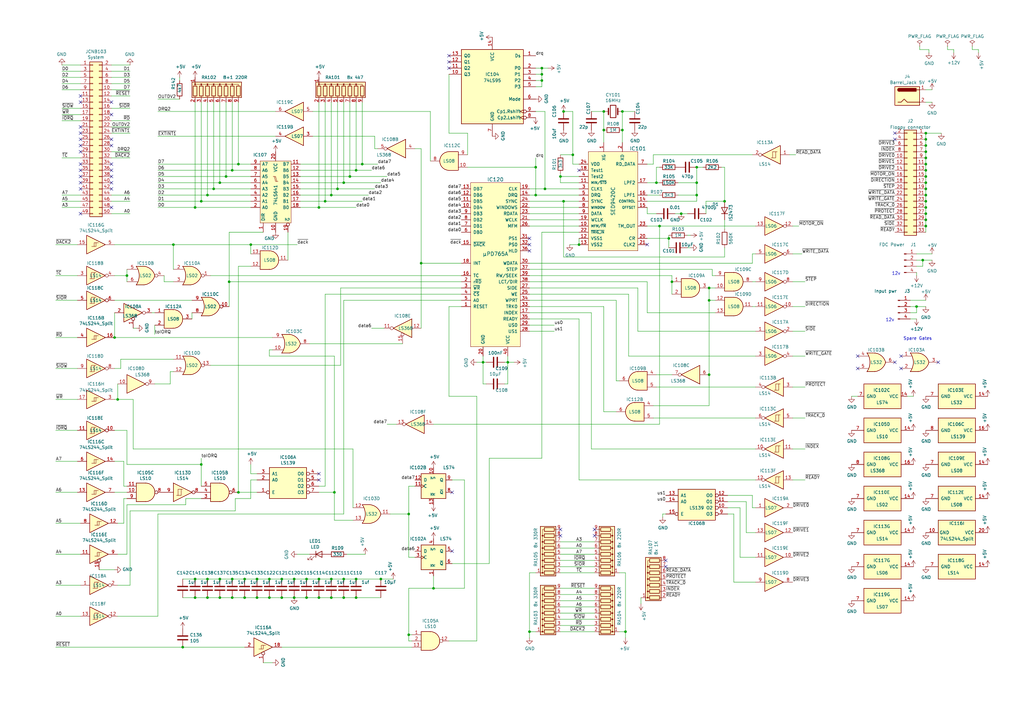
<source format=kicad_sch>
(kicad_sch (version 20230121) (generator eeschema)
  (paper "A3")
  (title_block (title "Alphatronic FDC replica") (company "Andrea Ottaviani (based on previous version by felge1966)"))
  (lib_symbols
    (symbol "74xx:74LS02" (pin_names (offset 1.016))
      (property "Reference" "U" (at 0 1.27 0))
      (property "Value" "74LS02" (at 0 -1.27 0))
      (symbol "74LS02_1_1"
        (pin output inverted (at 7.62 0 180) (length 3.81) (name "~") (number "1"))
        (pin input line (at -7.62 2.54 0) (length 4.318) (name "~") (number "2"))
        (pin input line (at -7.62 -2.54 0) (length 4.318) (name "~") (number "3"))
      )
      (symbol "74LS02_1_2"
        (pin output line (at 7.62 0 180) (length 3.81) (name "~") (number "1"))
        (pin input inverted (at -7.62 2.54 0) (length 3.81) (name "~") (number "2"))
        (pin input inverted (at -7.62 -2.54 0) (length 3.81) (name "~") (number "3"))
      )
      (symbol "74LS02_2_1"
        (pin output inverted (at 7.62 0 180) (length 3.81) (name "~") (number "4"))
        (pin input line (at -7.62 2.54 0) (length 4.318) (name "~") (number "5"))
        (pin input line (at -7.62 -2.54 0) (length 4.318) (name "~") (number "6"))
      )
      (symbol "74LS02_2_2"
        (pin output line (at 7.62 0 180) (length 3.81) (name "~") (number "4"))
        (pin input inverted (at -7.62 2.54 0) (length 3.81) (name "~") (number "5"))
        (pin input inverted (at -7.62 -2.54 0) (length 3.81) (name "~") (number "6"))
      )
      (symbol "74LS02_3_1"
        (pin output inverted (at 7.62 0 180) (length 3.81) (name "~") (number "10"))
        (pin input line (at -7.62 2.54 0) (length 4.318) (name "~") (number "8"))
        (pin input line (at -7.62 -2.54 0) (length 4.318) (name "~") (number "9"))
      )
      (symbol "74LS02_3_2"
        (pin output line (at 7.62 0 180) (length 3.81) (name "~") (number "10"))
        (pin input inverted (at -7.62 2.54 0) (length 3.81) (name "~") (number "8"))
        (pin input inverted (at -7.62 -2.54 0) (length 3.81) (name "~") (number "9"))
      )
      (symbol "74LS02_4_1"
        (pin input line (at -7.62 2.54 0) (length 4.318) (name "~") (number "11"))
        (pin input line (at -7.62 -2.54 0) (length 4.318) (name "~") (number "12"))
        (pin output inverted (at 7.62 0 180) (length 3.81) (name "~") (number "13"))
      )
      (symbol "74LS02_4_2"
        (pin input inverted (at -7.62 2.54 0) (length 3.81) (name "~") (number "11"))
        (pin input inverted (at -7.62 -2.54 0) (length 3.81) (name "~") (number "12"))
        (pin output line (at 7.62 0 180) (length 3.81) (name "~") (number "13"))
      )
      (symbol "74LS02_5_0"
        (pin power_in line (at 0 12.7 270) (length 5.08) (name "VCC") (number "14"))
        (pin power_in line (at 0 -12.7 90) (length 5.08) (name "GND") (number "7"))
      )
    )
    (symbol "74xx:74LS06" (pin_names (offset 1.016))
      (property "Reference" "U" (at 0 1.27 0))
      (property "Value" "74LS06" (at 0 -1.27 0))
      (symbol "74LS06_1_0"
        (pin input line (at -7.62 0 0) (length 3.81) (name "~") (number "1"))
        (pin open_collector inverted (at 7.62 0 180) (length 3.81) (name "~") (number "2"))
      )
      (symbol "74LS06_2_0"
        (pin input line (at -7.62 0 0) (length 3.81) (name "~") (number "3"))
        (pin open_collector inverted (at 7.62 0 180) (length 3.81) (name "~") (number "4"))
      )
      (symbol "74LS06_3_0"
        (pin input line (at -7.62 0 0) (length 3.81) (name "~") (number "5"))
        (pin open_collector inverted (at 7.62 0 180) (length 3.81) (name "~") (number "6"))
      )
      (symbol "74LS06_4_0"
        (pin open_collector inverted (at 7.62 0 180) (length 3.81) (name "~") (number "8"))
        (pin input line (at -7.62 0 0) (length 3.81) (name "~") (number "9"))
      )
      (symbol "74LS06_5_0"
        (pin open_collector inverted (at 7.62 0 180) (length 3.81) (name "~") (number "10"))
        (pin input line (at -7.62 0 0) (length 3.81) (name "~") (number "11"))
      )
      (symbol "74LS06_6_0"
        (pin open_collector inverted (at 7.62 0 180) (length 3.81) (name "~") (number "12"))
        (pin input line (at -7.62 0 0) (length 3.81) (name "~") (number "13"))
      )
      (symbol "74LS06_7_0"
        (pin power_in line (at 0 12.7 270) (length 5.08) (name "VCC") (number "14"))
        (pin power_in line (at 0 -12.7 90) (length 5.08) (name "GND") (number "7"))
      )
    )
    (symbol "74xx:74LS07" (pin_names (offset 1.016))
      (property "Reference" "U" (at 0 1.27 0))
      (property "Value" "74LS07" (at 0 -1.27 0))
      (symbol "74LS07_1_0"
        (pin input line (at -7.62 0 0) (length 3.81) (name "~") (number "1"))
        (pin open_collector line (at 7.62 0 180) (length 3.81) (name "~") (number "2"))
      )
      (symbol "74LS07_2_0"
        (pin input line (at -7.62 0 0) (length 3.81) (name "~") (number "3"))
        (pin open_collector line (at 7.62 0 180) (length 3.81) (name "~") (number "4"))
      )
      (symbol "74LS07_3_0"
        (pin input line (at -7.62 0 0) (length 3.81) (name "~") (number "5"))
        (pin open_collector line (at 7.62 0 180) (length 3.81) (name "~") (number "6"))
      )
      (symbol "74LS07_4_0"
        (pin open_collector line (at 7.62 0 180) (length 3.81) (name "~") (number "8"))
        (pin input line (at -7.62 0 0) (length 3.81) (name "~") (number "9"))
      )
      (symbol "74LS07_5_0"
        (pin open_collector line (at 7.62 0 180) (length 3.81) (name "~") (number "10"))
        (pin input line (at -7.62 0 0) (length 3.81) (name "~") (number "11"))
      )
      (symbol "74LS07_6_0"
        (pin open_collector line (at 7.62 0 180) (length 3.81) (name "~") (number "12"))
        (pin input line (at -7.62 0 0) (length 3.81) (name "~") (number "13"))
      )
      (symbol "74LS07_7_0"
        (pin power_in line (at 0 12.7 270) (length 5.08) (name "VCC") (number "14"))
        (pin power_in line (at 0 -12.7 90) (length 5.08) (name "GND") (number "7"))
      )
    )
    (symbol "74xx:74LS08" (pin_names (offset 1.016))
      (property "Reference" "U" (at 0 1.27 0))
      (property "Value" "74LS08" (at 0 -1.27 0))
      (symbol "74LS08_1_1"
        (pin input line (at -7.62 2.54 0) (length 3.81) (name "~") (number "1"))
        (pin input line (at -7.62 -2.54 0) (length 3.81) (name "~") (number "2"))
        (pin output line (at 7.62 0 180) (length 3.81) (name "~") (number "3"))
      )
      (symbol "74LS08_1_2"
        (pin input inverted (at -7.62 2.54 0) (length 4.318) (name "~") (number "1"))
        (pin input inverted (at -7.62 -2.54 0) (length 4.318) (name "~") (number "2"))
        (pin output inverted (at 7.62 0 180) (length 3.81) (name "~") (number "3"))
      )
      (symbol "74LS08_2_1"
        (pin input line (at -7.62 2.54 0) (length 3.81) (name "~") (number "4"))
        (pin input line (at -7.62 -2.54 0) (length 3.81) (name "~") (number "5"))
        (pin output line (at 7.62 0 180) (length 3.81) (name "~") (number "6"))
      )
      (symbol "74LS08_2_2"
        (pin input inverted (at -7.62 2.54 0) (length 4.318) (name "~") (number "4"))
        (pin input inverted (at -7.62 -2.54 0) (length 4.318) (name "~") (number "5"))
        (pin output inverted (at 7.62 0 180) (length 3.81) (name "~") (number "6"))
      )
      (symbol "74LS08_3_1"
        (pin input line (at -7.62 -2.54 0) (length 3.81) (name "~") (number "10"))
        (pin output line (at 7.62 0 180) (length 3.81) (name "~") (number "8"))
        (pin input line (at -7.62 2.54 0) (length 3.81) (name "~") (number "9"))
      )
      (symbol "74LS08_3_2"
        (pin input inverted (at -7.62 -2.54 0) (length 4.318) (name "~") (number "10"))
        (pin output inverted (at 7.62 0 180) (length 3.81) (name "~") (number "8"))
        (pin input inverted (at -7.62 2.54 0) (length 4.318) (name "~") (number "9"))
      )
      (symbol "74LS08_4_1"
        (pin output line (at 7.62 0 180) (length 3.81) (name "~") (number "11"))
        (pin input line (at -7.62 2.54 0) (length 3.81) (name "~") (number "12"))
        (pin input line (at -7.62 -2.54 0) (length 3.81) (name "~") (number "13"))
      )
      (symbol "74LS08_4_2"
        (pin output inverted (at 7.62 0 180) (length 3.81) (name "~") (number "11"))
        (pin input inverted (at -7.62 2.54 0) (length 4.318) (name "~") (number "12"))
        (pin input inverted (at -7.62 -2.54 0) (length 4.318) (name "~") (number "13"))
      )
      (symbol "74LS08_5_0"
        (pin power_in line (at 0 12.7 270) (length 5.08) (name "VCC") (number "14"))
        (pin power_in line (at 0 -12.7 90) (length 5.08) (name "GND") (number "7"))
      )
    )
    (symbol "74xx:74LS10" (pin_names (offset 1.016))
      (property "Reference" "U" (at 0 1.27 0))
      (property "Value" "74LS10" (at 0 -1.27 0))
      (symbol "74LS10_1_1"
        (pin input line (at -7.62 2.54 0) (length 3.81) (name "~") (number "1"))
        (pin output inverted (at 7.62 0 180) (length 3.81) (name "~") (number "12"))
        (pin input line (at -7.62 -2.54 0) (length 3.81) (name "~") (number "13"))
        (pin input line (at -7.62 0 0) (length 3.81) (name "~") (number "2"))
      )
      (symbol "74LS10_1_2"
        (pin input inverted (at -7.62 2.54 0) (length 4.318) (name "~") (number "1"))
        (pin output line (at 7.62 0 180) (length 3.81) (name "~") (number "12"))
        (pin input inverted (at -7.62 -2.54 0) (length 4.318) (name "~") (number "13"))
        (pin input inverted (at -7.62 0 0) (length 4.953) (name "~") (number "2"))
      )
      (symbol "74LS10_2_1"
        (pin input line (at -7.62 2.54 0) (length 3.81) (name "~") (number "3"))
        (pin input line (at -7.62 0 0) (length 3.81) (name "~") (number "4"))
        (pin input line (at -7.62 -2.54 0) (length 3.81) (name "~") (number "5"))
        (pin output inverted (at 7.62 0 180) (length 3.81) (name "~") (number "6"))
      )
      (symbol "74LS10_2_2"
        (pin input inverted (at -7.62 2.54 0) (length 4.318) (name "~") (number "3"))
        (pin input inverted (at -7.62 0 0) (length 4.953) (name "~") (number "4"))
        (pin input inverted (at -7.62 -2.54 0) (length 4.318) (name "~") (number "5"))
        (pin output line (at 7.62 0 180) (length 3.81) (name "~") (number "6"))
      )
      (symbol "74LS10_3_1"
        (pin input line (at -7.62 0 0) (length 3.81) (name "~") (number "10"))
        (pin input line (at -7.62 -2.54 0) (length 3.81) (name "~") (number "11"))
        (pin output inverted (at 7.62 0 180) (length 3.81) (name "~") (number "8"))
        (pin input line (at -7.62 2.54 0) (length 3.81) (name "~") (number "9"))
      )
      (symbol "74LS10_3_2"
        (pin input inverted (at -7.62 0 0) (length 4.953) (name "~") (number "10"))
        (pin input inverted (at -7.62 -2.54 0) (length 4.318) (name "~") (number "11"))
        (pin output line (at 7.62 0 180) (length 3.81) (name "~") (number "8"))
        (pin input inverted (at -7.62 2.54 0) (length 4.318) (name "~") (number "9"))
      )
      (symbol "74LS10_4_0"
        (pin power_in line (at 0 12.7 270) (length 5.08) (name "VCC") (number "14"))
        (pin power_in line (at 0 -12.7 90) (length 5.08) (name "GND") (number "7"))
      )
    )
    (symbol "74xx:74LS139" (pin_names (offset 1.016))
      (property "Reference" "U" (at -7.62 8.89 0))
      (property "Value" "74LS139" (at -7.62 -8.89 0))
      (symbol "74LS139_1_0"
        (pin input inverted (at -12.7 -5.08 0) (length 5.08) (name "E") (number "1"))
        (pin input line (at -12.7 0 0) (length 5.08) (name "A0") (number "2"))
        (pin input line (at -12.7 2.54 0) (length 5.08) (name "A1") (number "3"))
        (pin output inverted (at 12.7 2.54 180) (length 5.08) (name "O0") (number "4"))
        (pin output inverted (at 12.7 0 180) (length 5.08) (name "O1") (number "5"))
        (pin output inverted (at 12.7 -2.54 180) (length 5.08) (name "O2") (number "6"))
        (pin output inverted (at 12.7 -5.08 180) (length 5.08) (name "O3") (number "7"))
      )
      (symbol "74LS139_2_0"
        (pin output inverted (at 12.7 -2.54 180) (length 5.08) (name "O2") (number "10"))
        (pin output inverted (at 12.7 0 180) (length 5.08) (name "O1") (number "11"))
        (pin output inverted (at 12.7 2.54 180) (length 5.08) (name "O0") (number "12"))
        (pin input line (at -12.7 2.54 0) (length 5.08) (name "A1") (number "13"))
        (pin input line (at -12.7 0 0) (length 5.08) (name "A0") (number "14"))
        (pin input inverted (at -12.7 -5.08 0) (length 5.08) (name "E") (number "15"))
        (pin output inverted (at 12.7 -5.08 180) (length 5.08) (name "O3") (number "9"))
      )
      (symbol "74LS139_3_0"
        (pin power_in line (at 0 12.7 270) (length 5.08) (name "VCC") (number "16"))
        (pin power_in line (at 0 -12.7 90) (length 5.08) (name "GND") (number "8"))
      )
    )
    (symbol "74xx:74LS14" (pin_names (offset 1.016))
      (property "Reference" "U" (at 0 1.27 0))
      (property "Value" "74LS14" (at 0 -1.27 0))
      (symbol "74LS14_1_0"
        (pin input line (at -7.62 0 0) (length 3.81) (name "~") (number "1"))
        (pin output inverted (at 7.62 0 180) (length 3.81) (name "~") (number "2"))
      )
      (symbol "74LS14_2_0"
        (pin input line (at -7.62 0 0) (length 3.81) (name "~") (number "3"))
        (pin output inverted (at 7.62 0 180) (length 3.81) (name "~") (number "4"))
      )
      (symbol "74LS14_3_0"
        (pin input line (at -7.62 0 0) (length 3.81) (name "~") (number "5"))
        (pin output inverted (at 7.62 0 180) (length 3.81) (name "~") (number "6"))
      )
      (symbol "74LS14_4_0"
        (pin output inverted (at 7.62 0 180) (length 3.81) (name "~") (number "8"))
        (pin input line (at -7.62 0 0) (length 3.81) (name "~") (number "9"))
      )
      (symbol "74LS14_5_0"
        (pin output inverted (at 7.62 0 180) (length 3.81) (name "~") (number "10"))
        (pin input line (at -7.62 0 0) (length 3.81) (name "~") (number "11"))
      )
      (symbol "74LS14_6_0"
        (pin output inverted (at 7.62 0 180) (length 3.81) (name "~") (number "12"))
        (pin input line (at -7.62 0 0) (length 3.81) (name "~") (number "13"))
      )
      (symbol "74LS14_7_0"
        (pin power_in line (at 0 12.7 270) (length 5.08) (name "VCC") (number "14"))
        (pin power_in line (at 0 -12.7 90) (length 5.08) (name "GND") (number "7"))
      )
    )
    (symbol "74xx:74LS244_Split"
      (property "Reference" "U" (at 0 1.27 0))
      (property "Value" "74LS244_Split" (at 0 -1.27 0))
      (symbol "74LS244_Split_1_0"
        (pin input inverted (at 0 -6.35 90) (length 4.445) (name "~") (number "1"))
        (pin tri_state line (at 7.62 0 180) (length 3.81) (name "~") (number "18"))
        (pin input line (at -7.62 0 0) (length 3.81) (name "~") (number "2"))
      )
      (symbol "74LS244_Split_2_0"
        (pin tri_state line (at 7.62 0 180) (length 3.81) (name "~") (number "16"))
        (pin input line (at -7.62 0 0) (length 3.81) (name "~") (number "4"))
      )
      (symbol "74LS244_Split_3_0"
        (pin tri_state line (at 7.62 0 180) (length 3.81) (name "~") (number "14"))
        (pin input line (at -7.62 0 0) (length 3.81) (name "~") (number "6"))
      )
      (symbol "74LS244_Split_4_0"
        (pin tri_state line (at 7.62 0 180) (length 3.81) (name "~") (number "12"))
        (pin input line (at -7.62 0 0) (length 3.81) (name "~") (number "8"))
      )
      (symbol "74LS244_Split_5_0"
        (pin input line (at -7.62 0 0) (length 3.81) (name "~") (number "11"))
        (pin input inverted (at 0 -6.35 90) (length 4.445) (name "~") (number "19"))
        (pin tri_state line (at 7.62 0 180) (length 3.81) (name "~") (number "9"))
      )
      (symbol "74LS244_Split_6_0"
        (pin input line (at -7.62 0 0) (length 3.81) (name "~") (number "13"))
        (pin tri_state line (at 7.62 0 180) (length 3.81) (name "~") (number "7"))
      )
      (symbol "74LS244_Split_7_0"
        (pin input line (at -7.62 0 0) (length 3.81) (name "~") (number "15"))
        (pin tri_state line (at 7.62 0 180) (length 3.81) (name "~") (number "5"))
      )
      (symbol "74LS244_Split_8_0"
        (pin input line (at -7.62 0 0) (length 3.81) (name "~") (number "17"))
        (pin tri_state line (at 7.62 0 180) (length 3.81) (name "~") (number "3"))
      )
      (symbol "74LS244_Split_9_0"
        (pin power_in line (at 0 -12.7 90) (length 5.08) (name "GND") (number "10"))
        (pin power_in line (at 0 12.7 270) (length 5.08) (name "VCC") (number "20"))
      )
    )
    (symbol "74xx:74LS32" (pin_names (offset 1.016))
      (property "Reference" "U" (at 0 1.27 0))
      (property "Value" "74LS32" (at 0 -1.27 0))
      (symbol "74LS32_1_1"
        (pin input line (at -7.62 2.54 0) (length 4.318) (name "~") (number "1"))
        (pin input line (at -7.62 -2.54 0) (length 4.318) (name "~") (number "2"))
        (pin output line (at 7.62 0 180) (length 3.81) (name "~") (number "3"))
      )
      (symbol "74LS32_1_2"
        (pin input inverted (at -7.62 2.54 0) (length 3.81) (name "~") (number "1"))
        (pin input inverted (at -7.62 -2.54 0) (length 3.81) (name "~") (number "2"))
        (pin output inverted (at 7.62 0 180) (length 3.81) (name "~") (number "3"))
      )
      (symbol "74LS32_2_1"
        (pin input line (at -7.62 2.54 0) (length 4.318) (name "~") (number "4"))
        (pin input line (at -7.62 -2.54 0) (length 4.318) (name "~") (number "5"))
        (pin output line (at 7.62 0 180) (length 3.81) (name "~") (number "6"))
      )
      (symbol "74LS32_2_2"
        (pin input inverted (at -7.62 2.54 0) (length 3.81) (name "~") (number "4"))
        (pin input inverted (at -7.62 -2.54 0) (length 3.81) (name "~") (number "5"))
        (pin output inverted (at 7.62 0 180) (length 3.81) (name "~") (number "6"))
      )
      (symbol "74LS32_3_1"
        (pin input line (at -7.62 -2.54 0) (length 4.318) (name "~") (number "10"))
        (pin output line (at 7.62 0 180) (length 3.81) (name "~") (number "8"))
        (pin input line (at -7.62 2.54 0) (length 4.318) (name "~") (number "9"))
      )
      (symbol "74LS32_3_2"
        (pin input inverted (at -7.62 -2.54 0) (length 3.81) (name "~") (number "10"))
        (pin output inverted (at 7.62 0 180) (length 3.81) (name "~") (number "8"))
        (pin input inverted (at -7.62 2.54 0) (length 3.81) (name "~") (number "9"))
      )
      (symbol "74LS32_4_1"
        (pin output line (at 7.62 0 180) (length 3.81) (name "~") (number "11"))
        (pin input line (at -7.62 2.54 0) (length 4.318) (name "~") (number "12"))
        (pin input line (at -7.62 -2.54 0) (length 4.318) (name "~") (number "13"))
      )
      (symbol "74LS32_4_2"
        (pin output inverted (at 7.62 0 180) (length 3.81) (name "~") (number "11"))
        (pin input inverted (at -7.62 2.54 0) (length 3.81) (name "~") (number "12"))
        (pin input inverted (at -7.62 -2.54 0) (length 3.81) (name "~") (number "13"))
      )
      (symbol "74LS32_5_0"
        (pin power_in line (at 0 12.7 270) (length 5.08) (name "VCC") (number "14"))
        (pin power_in line (at 0 -12.7 90) (length 5.08) (name "GND") (number "7"))
      )
    )
    (symbol "74xx:74LS74" (pin_names (offset 1.016))
      (property "Reference" "U" (at -7.62 8.89 0))
      (property "Value" "74LS74" (at -7.62 -8.89 0))
      (symbol "74LS74_1_0"
        (pin input line (at 0 -7.62 90) (length 2.54) (name "~{R}") (number "1"))
        (pin input line (at -7.62 2.54 0) (length 2.54) (name "D") (number "2"))
        (pin input clock (at -7.62 0 0) (length 2.54) (name "C") (number "3"))
        (pin input line (at 0 7.62 270) (length 2.54) (name "~{S}") (number "4"))
        (pin output line (at 7.62 2.54 180) (length 2.54) (name "Q") (number "5"))
        (pin output line (at 7.62 -2.54 180) (length 2.54) (name "~{Q}") (number "6"))
      )
      (symbol "74LS74_2_0"
        (pin input line (at 0 7.62 270) (length 2.54) (name "~{S}") (number "10"))
        (pin input clock (at -7.62 0 0) (length 2.54) (name "C") (number "11"))
        (pin input line (at -7.62 2.54 0) (length 2.54) (name "D") (number "12"))
        (pin input line (at 0 -7.62 90) (length 2.54) (name "~{R}") (number "13"))
        (pin output line (at 7.62 -2.54 180) (length 2.54) (name "~{Q}") (number "8"))
        (pin output line (at 7.62 2.54 180) (length 2.54) (name "Q") (number "9"))
      )
      (symbol "74LS74_3_0"
        (pin power_in line (at 0 10.16 270) (length 2.54) (name "VCC") (number "14"))
        (pin power_in line (at 0 -10.16 90) (length 2.54) (name "GND") (number "7"))
      )
    )
    (symbol "74xx:74LS95" (pin_names (offset 1.016))
      (property "Reference" "U" (at -7.62 16.51 0))
      (property "Value" "74LS95" (at -7.62 -16.51 0))
      (symbol "74LS95_1_0"
        (pin input line (at -17.78 12.7 0) (length 5.08) (name "Ds") (number "1"))
        (pin output line (at 17.78 5.08 180) (length 5.08) (name "Q3") (number "10"))
        (pin output line (at 17.78 7.62 180) (length 5.08) (name "Q2") (number "11"))
        (pin output line (at 17.78 10.16 180) (length 5.08) (name "Q1") (number "12"))
        (pin output line (at 17.78 12.7 180) (length 5.08) (name "Q0") (number "13"))
        (pin power_in line (at 0 20.32 270) (length 5.08) (name "VCC") (number "14"))
        (pin input line (at -17.78 7.62 0) (length 5.08) (name "P0") (number "2"))
        (pin input line (at -17.78 5.08 0) (length 5.08) (name "P1") (number "3"))
        (pin input line (at -17.78 2.54 0) (length 5.08) (name "P2") (number "4"))
        (pin input line (at -17.78 0 0) (length 5.08) (name "P3") (number "5"))
        (pin input line (at -17.78 -5.08 0) (length 5.08) (name "Mode") (number "6"))
        (pin power_in line (at 0 -20.32 90) (length 5.08) (name "GND") (number "7"))
        (pin input inverted_clock (at -17.78 -12.7 0) (length 5.08) (name "Cp2.Lshift") (number "8"))
        (pin input inverted_clock (at -17.78 -10.16 0) (length 5.08) (name "Cp1.Rshift") (number "9"))
      )
    )
    (symbol "Connector:Barrel_Jack" (pin_names (offset 1.016))
      (property "Reference" "J" (at 0 5.334 0))
      (property "Value" "Barrel_Jack" (at 0 -5.08 0))
      (symbol "Barrel_Jack_1_1"
        (pin passive line (at 7.62 2.54 180) (length 2.54) (name "~") (number "1"))
        (pin passive line (at 7.62 -2.54 180) (length 2.54) (name "~") (number "2"))
      )
    )
    (symbol "Connector:Conn_01x04_Pin" (pin_names (offset 1.016) hide)
      (property "Reference" "J" (at 0 5.08 0))
      (property "Value" "Conn_01x04_Pin" (at 0 -7.62 0))
      (symbol "Conn_01x04_Pin_1_1"
        (pin passive line (at 5.08 2.54 180) (length 3.81) (name "Pin_1") (number "1"))
        (pin passive line (at 5.08 0 180) (length 3.81) (name "Pin_2") (number "2"))
        (pin passive line (at 5.08 -2.54 180) (length 3.81) (name "Pin_3") (number "3"))
        (pin passive line (at 5.08 -5.08 180) (length 3.81) (name "Pin_4") (number "4"))
      )
    )
    (symbol "Connector_Generic:Conn_02x17_Odd_Even" (pin_names (offset 1.016) hide)
      (property "Reference" "J" (at 1.27 22.86 0))
      (property "Value" "Conn_02x17_Odd_Even" (at 1.27 -22.86 0))
      (symbol "Conn_02x17_Odd_Even_1_1"
        (pin passive line (at -5.08 20.32 0) (length 3.81) (name "Pin_1") (number "1"))
        (pin passive line (at 7.62 10.16 180) (length 3.81) (name "Pin_10") (number "10"))
        (pin passive line (at -5.08 7.62 0) (length 3.81) (name "Pin_11") (number "11"))
        (pin passive line (at 7.62 7.62 180) (length 3.81) (name "Pin_12") (number "12"))
        (pin passive line (at -5.08 5.08 0) (length 3.81) (name "Pin_13") (number "13"))
        (pin passive line (at 7.62 5.08 180) (length 3.81) (name "Pin_14") (number "14"))
        (pin passive line (at -5.08 2.54 0) (length 3.81) (name "Pin_15") (number "15"))
        (pin passive line (at 7.62 2.54 180) (length 3.81) (name "Pin_16") (number "16"))
        (pin passive line (at -5.08 0 0) (length 3.81) (name "Pin_17") (number "17"))
        (pin passive line (at 7.62 0 180) (length 3.81) (name "Pin_18") (number "18"))
        (pin passive line (at -5.08 -2.54 0) (length 3.81) (name "Pin_19") (number "19"))
        (pin passive line (at 7.62 20.32 180) (length 3.81) (name "Pin_2") (number "2"))
        (pin passive line (at 7.62 -2.54 180) (length 3.81) (name "Pin_20") (number "20"))
        (pin passive line (at -5.08 -5.08 0) (length 3.81) (name "Pin_21") (number "21"))
        (pin passive line (at 7.62 -5.08 180) (length 3.81) (name "Pin_22") (number "22"))
        (pin passive line (at -5.08 -7.62 0) (length 3.81) (name "Pin_23") (number "23"))
        (pin passive line (at 7.62 -7.62 180) (length 3.81) (name "Pin_24") (number "24"))
        (pin passive line (at -5.08 -10.16 0) (length 3.81) (name "Pin_25") (number "25"))
        (pin passive line (at 7.62 -10.16 180) (length 3.81) (name "Pin_26") (number "26"))
        (pin passive line (at -5.08 -12.7 0) (length 3.81) (name "Pin_27") (number "27"))
        (pin passive line (at 7.62 -12.7 180) (length 3.81) (name "Pin_28") (number "28"))
        (pin passive line (at -5.08 -15.24 0) (length 3.81) (name "Pin_29") (number "29"))
        (pin passive line (at -5.08 17.78 0) (length 3.81) (name "Pin_3") (number "3"))
        (pin passive line (at 7.62 -15.24 180) (length 3.81) (name "Pin_30") (number "30"))
        (pin passive line (at -5.08 -17.78 0) (length 3.81) (name "Pin_31") (number "31"))
        (pin passive line (at 7.62 -17.78 180) (length 3.81) (name "Pin_32") (number "32"))
        (pin passive line (at -5.08 -20.32 0) (length 3.81) (name "Pin_33") (number "33"))
        (pin passive line (at 7.62 -20.32 180) (length 3.81) (name "Pin_34") (number "34"))
        (pin passive line (at 7.62 17.78 180) (length 3.81) (name "Pin_4") (number "4"))
        (pin passive line (at -5.08 15.24 0) (length 3.81) (name "Pin_5") (number "5"))
        (pin passive line (at 7.62 15.24 180) (length 3.81) (name "Pin_6") (number "6"))
        (pin passive line (at -5.08 12.7 0) (length 3.81) (name "Pin_7") (number "7"))
        (pin passive line (at 7.62 12.7 180) (length 3.81) (name "Pin_8") (number "8"))
        (pin passive line (at -5.08 10.16 0) (length 3.81) (name "Pin_9") (number "9"))
      )
    )
    (symbol "Connector_Generic:Conn_02x25_Odd_Even" (pin_names (offset 1.016) hide)
      (property "Reference" "J" (at 1.27 33.02 0))
      (property "Value" "Conn_02x25_Odd_Even" (at 1.27 -33.02 0))
      (symbol "Conn_02x25_Odd_Even_1_1"
        (pin passive line (at -5.08 30.48 0) (length 3.81) (name "Pin_1") (number "1"))
        (pin passive line (at 7.62 20.32 180) (length 3.81) (name "Pin_10") (number "10"))
        (pin passive line (at -5.08 17.78 0) (length 3.81) (name "Pin_11") (number "11"))
        (pin passive line (at 7.62 17.78 180) (length 3.81) (name "Pin_12") (number "12"))
        (pin passive line (at -5.08 15.24 0) (length 3.81) (name "Pin_13") (number "13"))
        (pin passive line (at 7.62 15.24 180) (length 3.81) (name "Pin_14") (number "14"))
        (pin passive line (at -5.08 12.7 0) (length 3.81) (name "Pin_15") (number "15"))
        (pin passive line (at 7.62 12.7 180) (length 3.81) (name "Pin_16") (number "16"))
        (pin passive line (at -5.08 10.16 0) (length 3.81) (name "Pin_17") (number "17"))
        (pin passive line (at 7.62 10.16 180) (length 3.81) (name "Pin_18") (number "18"))
        (pin passive line (at -5.08 7.62 0) (length 3.81) (name "Pin_19") (number "19"))
        (pin passive line (at 7.62 30.48 180) (length 3.81) (name "Pin_2") (number "2"))
        (pin passive line (at 7.62 7.62 180) (length 3.81) (name "Pin_20") (number "20"))
        (pin passive line (at -5.08 5.08 0) (length 3.81) (name "Pin_21") (number "21"))
        (pin passive line (at 7.62 5.08 180) (length 3.81) (name "Pin_22") (number "22"))
        (pin passive line (at -5.08 2.54 0) (length 3.81) (name "Pin_23") (number "23"))
        (pin passive line (at 7.62 2.54 180) (length 3.81) (name "Pin_24") (number "24"))
        (pin passive line (at -5.08 0 0) (length 3.81) (name "Pin_25") (number "25"))
        (pin passive line (at 7.62 0 180) (length 3.81) (name "Pin_26") (number "26"))
        (pin passive line (at -5.08 -2.54 0) (length 3.81) (name "Pin_27") (number "27"))
        (pin passive line (at 7.62 -2.54 180) (length 3.81) (name "Pin_28") (number "28"))
        (pin passive line (at -5.08 -5.08 0) (length 3.81) (name "Pin_29") (number "29"))
        (pin passive line (at -5.08 27.94 0) (length 3.81) (name "Pin_3") (number "3"))
        (pin passive line (at 7.62 -5.08 180) (length 3.81) (name "Pin_30") (number "30"))
        (pin passive line (at -5.08 -7.62 0) (length 3.81) (name "Pin_31") (number "31"))
        (pin passive line (at 7.62 -7.62 180) (length 3.81) (name "Pin_32") (number "32"))
        (pin passive line (at -5.08 -10.16 0) (length 3.81) (name "Pin_33") (number "33"))
        (pin passive line (at 7.62 -10.16 180) (length 3.81) (name "Pin_34") (number "34"))
        (pin passive line (at -5.08 -12.7 0) (length 3.81) (name "Pin_35") (number "35"))
        (pin passive line (at 7.62 -12.7 180) (length 3.81) (name "Pin_36") (number "36"))
        (pin passive line (at -5.08 -15.24 0) (length 3.81) (name "Pin_37") (number "37"))
        (pin passive line (at 7.62 -15.24 180) (length 3.81) (name "Pin_38") (number "38"))
        (pin passive line (at -5.08 -17.78 0) (length 3.81) (name "Pin_39") (number "39"))
        (pin passive line (at 7.62 27.94 180) (length 3.81) (name "Pin_4") (number "4"))
        (pin passive line (at 7.62 -17.78 180) (length 3.81) (name "Pin_40") (number "40"))
        (pin passive line (at -5.08 -20.32 0) (length 3.81) (name "Pin_41") (number "41"))
        (pin passive line (at 7.62 -20.32 180) (length 3.81) (name "Pin_42") (number "42"))
        (pin passive line (at -5.08 -22.86 0) (length 3.81) (name "Pin_43") (number "43"))
        (pin passive line (at 7.62 -22.86 180) (length 3.81) (name "Pin_44") (number "44"))
        (pin passive line (at -5.08 -25.4 0) (length 3.81) (name "Pin_45") (number "45"))
        (pin passive line (at 7.62 -25.4 180) (length 3.81) (name "Pin_46") (number "46"))
        (pin passive line (at -5.08 -27.94 0) (length 3.81) (name "Pin_47") (number "47"))
        (pin passive line (at 7.62 -27.94 180) (length 3.81) (name "Pin_48") (number "48"))
        (pin passive line (at -5.08 -30.48 0) (length 3.81) (name "Pin_49") (number "49"))
        (pin passive line (at -5.08 25.4 0) (length 3.81) (name "Pin_5") (number "5"))
        (pin passive line (at 7.62 -30.48 180) (length 3.81) (name "Pin_50") (number "50"))
        (pin passive line (at 7.62 25.4 180) (length 3.81) (name "Pin_6") (number "6"))
        (pin passive line (at -5.08 22.86 0) (length 3.81) (name "Pin_7") (number "7"))
        (pin passive line (at 7.62 22.86 180) (length 3.81) (name "Pin_8") (number "8"))
        (pin passive line (at -5.08 20.32 0) (length 3.81) (name "Pin_9") (number "9"))
      )
    )
    (symbol "Device:C" (pin_numbers hide) (pin_names (offset 0.254))
      (property "Reference" "C" (at 0.635 2.54 0))
      (property "Value" "C" (at 0.635 -2.54 0))
      (symbol "C_1_1"
        (pin passive line (at 0 3.81 270) (length 2.794) (name "~") (number "1"))
        (pin passive line (at 0 -3.81 90) (length 2.794) (name "~") (number "2"))
      )
    )
    (symbol "Device:Crystal" (pin_numbers hide) (pin_names (offset 1.016) hide)
      (property "Reference" "Y" (at 0 3.81 0))
      (property "Value" "Crystal" (at 0 -3.81 0))
      (symbol "Crystal_1_1"
        (pin passive line (at -3.81 0 0) (length 1.27) (name "1") (number "1"))
        (pin passive line (at 3.81 0 180) (length 1.27) (name "2") (number "2"))
      )
    )
    (symbol "Device:D" (pin_numbers hide) (pin_names (offset 1.016) hide)
      (property "Reference" "D" (at 0 2.54 0))
      (property "Value" "D" (at 0 -2.54 0))
      (symbol "D_1_1"
        (pin passive line (at -3.81 0 0) (length 2.54) (name "K") (number "1"))
        (pin passive line (at 3.81 0 180) (length 2.54) (name "A") (number "2"))
      )
    )
    (symbol "Device:LED" (pin_numbers hide) (pin_names (offset 1.016) hide)
      (property "Reference" "D" (at 0 2.54 0))
      (property "Value" "LED" (at 0 -2.54 0))
      (symbol "LED_1_1"
        (pin passive line (at -3.81 0 0) (length 2.54) (name "K") (number "1"))
        (pin passive line (at 3.81 0 180) (length 2.54) (name "A") (number "2"))
      )
    )
    (symbol "Device:R" (pin_numbers hide) (pin_names (offset 0))
      (property "Reference" "R" (at 2.032 0 90))
      (property "Value" "R" (at 0 0 90))
      (symbol "R_1_1"
        (pin passive line (at 0 3.81 270) (length 1.27) (name "~") (number "1"))
        (pin passive line (at 0 -3.81 90) (length 1.27) (name "~") (number "2"))
      )
    )
    (symbol "Device:R_Network07" (pin_names (offset 0) hide)
      (property "Reference" "RN" (at -10.16 0 90))
      (property "Value" "R_Network07" (at 10.16 0 90))
      (symbol "R_Network07_1_1"
        (pin passive line (at -7.62 5.08 270) (length 2.54) (name "common") (number "1"))
        (pin passive line (at -7.62 -5.08 90) (length 1.27) (name "R1") (number "2"))
        (pin passive line (at -5.08 -5.08 90) (length 1.27) (name "R2") (number "3"))
        (pin passive line (at -2.54 -5.08 90) (length 1.27) (name "R3") (number "4"))
        (pin passive line (at 0 -5.08 90) (length 1.27) (name "R4") (number "5"))
        (pin passive line (at 2.54 -5.08 90) (length 1.27) (name "R5") (number "6"))
        (pin passive line (at 5.08 -5.08 90) (length 1.27) (name "R6") (number "7"))
        (pin passive line (at 7.62 -5.08 90) (length 1.27) (name "R7") (number "8"))
      )
    )
    (symbol "Device:R_Network08" (pin_names (offset 0) hide)
      (property "Reference" "RN" (at -12.7 0 90))
      (property "Value" "R_Network08" (at 10.16 0 90))
      (symbol "R_Network08_1_1"
        (pin passive line (at -10.16 5.08 270) (length 2.54) (name "common") (number "1"))
        (pin passive line (at -10.16 -5.08 90) (length 1.27) (name "R1") (number "2"))
        (pin passive line (at -7.62 -5.08 90) (length 1.27) (name "R2") (number "3"))
        (pin passive line (at -5.08 -5.08 90) (length 1.27) (name "R3") (number "4"))
        (pin passive line (at -2.54 -5.08 90) (length 1.27) (name "R4") (number "5"))
        (pin passive line (at 0 -5.08 90) (length 1.27) (name "R5") (number "6"))
        (pin passive line (at 2.54 -5.08 90) (length 1.27) (name "R6") (number "7"))
        (pin passive line (at 5.08 -5.08 90) (length 1.27) (name "R7") (number "8"))
        (pin passive line (at 7.62 -5.08 90) (length 1.27) (name "R8") (number "9"))
      )
    )
    (symbol "TA8-FDC-rescue:74LS368-my_lib2" (pin_names (offset 1.016))
      (property "Reference" "U" (at 1.27 3.81 0))
      (property "Value" "74LS368-my_lib2" (at 10.16 2.54 0))
      (symbol "74LS368-my_lib2_1_0"
        (pin input inverted (at 0 -6.35 90) (length 4.445) (name "~") (number "1"))
        (pin input line (at -7.62 0 0) (length 3.81) (name "~") (number "2"))
        (pin tri_state line (at 7.62 0 180) (length 2.54) (name "~") (number "3"))
      )
      (symbol "74LS368-my_lib2_2_0"
        (pin input line (at -7.62 0 0) (length 3.81) (name "~") (number "4"))
        (pin tri_state inverted (at 7.62 0 180) (length 3.81) (name "~") (number "5"))
      )
      (symbol "74LS368-my_lib2_3_0"
        (pin input line (at -7.62 0 0) (length 3.81) (name "~") (number "6"))
        (pin tri_state inverted (at 7.62 0 180) (length 3.81) (name "~") (number "7"))
      )
      (symbol "74LS368-my_lib2_4_0"
        (pin input line (at -7.62 0 0) (length 3.81) (name "~") (number "10"))
        (pin tri_state inverted (at 7.62 0 180) (length 3.81) (name "~") (number "9"))
      )
      (symbol "74LS368-my_lib2_5_1"
        (pin tri_state line (at 7.62 0 180) (length 2.54) (name "~") (number "11"))
        (pin input line (at -7.62 0 0) (length 3.81) (name "~") (number "12"))
        (pin input inverted (at 0 -6.35 90) (length 4.445) (name "~") (number "15"))
      )
      (symbol "74LS368-my_lib2_6_0"
        (pin tri_state inverted (at 7.62 0 180) (length 3.81) (name "~") (number "13"))
        (pin input line (at -7.62 0 0) (length 3.81) (name "~") (number "14"))
      )
      (symbol "74LS368-my_lib2_7_1"
        (pin power_in line (at 0 12.7 270) (length 5.08) (name "VCC") (number "16"))
        (pin power_in line (at 0 -12.7 90) (length 5.08) (name "GND") (number "8"))
      )
    )
    (symbol "TA8-FDC-rescue:74LS621-my_lib2" (pin_names (offset 0.762))
      (property "Reference" "U" (at 7.62 -12.7 0))
      (property "Value" "74LS621-my_lib2" (at 2.54 12.7 0))
      (symbol "74LS621-my_lib2_0_0"
        (pin power_in line (at 0 -19.05 90) (length 3.81) (name "GND") (number "10"))
        (pin power_in line (at 0 13.97 270) (length 3.81) (name "VCC") (number "20"))
      )
      (symbol "74LS621-my_lib2_1_1"
        (pin input line (at -5.08 -19.05 90) (length 3.81) (name "DIR") (number "1"))
        (pin tri_state line (at 10.16 8.89 180) (length 3.81) (name "B7") (number "11"))
        (pin tri_state line (at 10.16 6.35 180) (length 3.81) (name "B6") (number "12"))
        (pin tri_state line (at 10.16 3.81 180) (length 3.81) (name "B5") (number "13"))
        (pin tri_state line (at 10.16 1.27 180) (length 3.81) (name "B4") (number "14"))
        (pin tri_state line (at 10.16 -1.27 180) (length 3.81) (name "B3") (number "15"))
        (pin tri_state line (at 10.16 -3.81 180) (length 3.81) (name "B2") (number "16"))
        (pin tri_state line (at 10.16 -6.35 180) (length 3.81) (name "B1") (number "17"))
        (pin tri_state line (at 10.16 -8.89 180) (length 3.81) (name "B0") (number "18"))
        (pin input inverted (at 5.08 -19.05 90) (length 3.81) (name "~{G}") (number "19"))
        (pin tri_state line (at -10.16 -8.89 0) (length 3.81) (name "A0") (number "2"))
        (pin tri_state line (at -10.16 -6.35 0) (length 3.81) (name "A1") (number "3"))
        (pin tri_state line (at -10.16 -3.81 0) (length 3.81) (name "A2") (number "4"))
        (pin tri_state line (at -10.16 -1.27 0) (length 3.81) (name "A3") (number "5"))
        (pin tri_state line (at -10.16 1.27 0) (length 3.81) (name "A4") (number "6"))
        (pin tri_state line (at -10.16 3.81 0) (length 3.81) (name "A5") (number "7"))
        (pin tri_state line (at -10.16 6.35 0) (length 3.81) (name "A6") (number "8"))
        (pin tri_state line (at -10.16 8.89 0) (length 3.81) (name "A7") (number "9"))
      )
    )
    (symbol "TA8-FDC-rescue:SED-9420C-my_lib2" (pin_names (offset 1.016))
      (property "Reference" "U" (at 8.89 7.62 0))
      (property "Value" "SED-9420C-my_lib2" (at 0 -17.78 90))
      (symbol "SED-9420C-my_lib2_1_1"
        (pin input line (at -3.81 8.89 270) (length 3.81) (name "XG") (number "1"))
        (pin input line (at -13.97 -25.4 0) (length 3.81) (name "MFM/~{FM}") (number "10"))
        (pin input line (at -13.97 -7.62 0) (length 3.81) (name "MIN/~{STD}") (number "11"))
        (pin power_in line (at -13.97 -30.48 0) (length 3.81) (name "VSS1") (number "12"))
        (pin power_in line (at -13.97 -33.02 0) (length 3.81) (name "VSS2") (number "13"))
        (pin input line (at 13.97 -15.24 180) (length 3.81) (name "CONTROL") (number "14"))
        (pin passive line (at 13.97 -17.78 180) (length 3.81) (name "OFFSET") (number "15"))
        (pin passive line (at 13.97 -12.7 180) (length 3.81) (name "LPF1") (number "16"))
        (pin passive line (at 13.97 -7.62 180) (length 3.81) (name "LPF2") (number "17"))
        (pin passive line (at -13.97 -2.54 0) (length 3.81) (name "Test1") (number "18"))
        (pin output line (at -13.97 -22.86 0) (length 3.81) (name "WCLK") (number "19"))
        (pin output line (at 3.81 8.89 270) (length 3.81) (name "XD") (number "2"))
        (pin passive line (at 13.97 -30.48 180) (length 3.81) (name "CR") (number "20"))
        (pin output line (at 13.97 -33.02 180) (length 3.81) (name "CLK2") (number "21"))
        (pin input line (at -13.97 -27.94 0) (length 3.81) (name "~{TRIG_IN}") (number "22"))
        (pin output line (at 13.97 -25.4 180) (length 3.81) (name "TM_OUT") (number "23"))
        (pin power_in line (at -13.97 0 0) (length 3.81) (name "VDD") (number "24"))
        (pin output line (at -13.97 -10.16 0) (length 3.81) (name "CLK1") (number "3"))
        (pin input line (at -13.97 -5.08 0) (length 3.81) (name "Test2") (number "4"))
        (pin input line (at -13.97 -12.7 0) (length 3.81) (name "DRQ") (number "5"))
        (pin input line (at -13.97 -15.24 0) (length 3.81) (name "SYNC") (number "6"))
        (pin input line (at 13.97 0 180) (length 3.81) (name "RD_DATA") (number "7"))
        (pin input line (at -13.97 -17.78 0) (length 3.81) (name "WINDOW") (number "8"))
        (pin output line (at -13.97 -20.32 0) (length 3.81) (name "DATA") (number "9"))
      )
    )
    (symbol "TA8-FDC-rescue:µPD765A-my_lib2" (pin_names (offset 1.016))
      (property "Reference" "U" (at -7.62 35.56 0))
      (property "Value" "µPD765A-my_lib2" (at 0 10.16 90))
      (symbol "µPD765A-my_lib2_1_1"
        (pin input line (at -13.97 -17.78 0) (length 3.81) (name "RESET") (number "1"))
        (pin bidirectional line (at -13.97 22.86 0) (length 3.81) (name "DB4") (number "10"))
        (pin bidirectional line (at -13.97 25.4 0) (length 3.81) (name "DB5") (number "11"))
        (pin bidirectional line (at -13.97 27.94 0) (length 3.81) (name "DB6") (number "12"))
        (pin bidirectional line (at -13.97 30.48 0) (length 3.81) (name "DB7") (number "13"))
        (pin output line (at 13.97 27.94 180) (length 3.81) (name "DRQ") (number "14"))
        (pin input line (at -13.97 7.62 0) (length 3.81) (name "~{DACK}") (number "15"))
        (pin input line (at -13.97 -5.08 0) (length 3.81) (name "TC") (number "16"))
        (pin input line (at 13.97 -20.32 180) (length 3.81) (name "INDEX") (number "17"))
        (pin output line (at -13.97 0 0) (length 3.81) (name "INT") (number "18"))
        (pin input line (at 13.97 30.48 180) (length 3.81) (name "CLK") (number "19"))
        (pin input line (at -13.97 -7.62 0) (length 3.81) (name "r~{RD}") (number "2"))
        (pin power_in line (at -5.08 -38.1 90) (length 3.81) (name "GND") (number "20"))
        (pin input line (at 13.97 17.78 180) (length 3.81) (name "WCLK") (number "21"))
        (pin bidirectional line (at 13.97 22.86 180) (length 3.81) (name "WINDOWS") (number "22"))
        (pin input line (at 13.97 20.32 180) (length 3.81) (name "RDATA") (number "23"))
        (pin output line (at 13.97 25.4 180) (length 3.81) (name "SYNC") (number "24"))
        (pin output line (at 13.97 -12.7 180) (length 3.81) (name "WE") (number "25"))
        (pin output line (at 13.97 15.24 180) (length 3.81) (name "MFM") (number "26"))
        (pin output line (at 13.97 -10.16 180) (length 3.81) (name "SIDE") (number "27"))
        (pin output line (at 13.97 -27.94 180) (length 3.81) (name "US1") (number "28"))
        (pin output line (at 13.97 -25.4 180) (length 3.81) (name "US0") (number "29"))
        (pin input line (at -13.97 -10.16 0) (length 3.81) (name "~{WR}") (number "3"))
        (pin output line (at 13.97 0 180) (length 3.81) (name "WDATA") (number "30"))
        (pin output line (at 13.97 10.16 180) (length 3.81) (name "PS1") (number "31"))
        (pin output line (at 13.97 7.62 180) (length 3.81) (name "PS0") (number "32"))
        (pin input line (at 13.97 -17.78 180) (length 3.81) (name "TRK0") (number "33"))
        (pin input line (at 13.97 -15.24 180) (length 3.81) (name "WPRT") (number "34"))
        (pin input line (at 13.97 -22.86 180) (length 3.81) (name "READY") (number "35"))
        (pin input line (at 13.97 5.08 180) (length 3.81) (name "HLD") (number "36"))
        (pin output line (at 13.97 -2.54 180) (length 3.81) (name "STEP") (number "37"))
        (pin output line (at 13.97 -7.62 180) (length 3.81) (name "LCT/DIR") (number "38"))
        (pin output line (at 13.97 -5.08 180) (length 3.81) (name "RW/SEEK") (number "39"))
        (pin input line (at -13.97 -12.7 0) (length 3.81) (name "~{CS}") (number "4"))
        (pin power_in line (at 5.08 -38.1 90) (length 3.81) (name "VCC") (number "40"))
        (pin input line (at -13.97 -15.24 0) (length 3.81) (name "A0") (number "5"))
        (pin bidirectional line (at -13.97 12.7 0) (length 3.81) (name "DB0") (number "6"))
        (pin bidirectional line (at -13.97 15.24 0) (length 3.81) (name "DB1") (number "7"))
        (pin bidirectional line (at -13.97 17.78 0) (length 3.81) (name "DB2") (number "8"))
        (pin bidirectional line (at -13.97 20.32 0) (length 3.81) (name "DB3") (number "9"))
      )
    )
    (symbol "power:+12V" (power) (pin_names (offset 0))
      (property "Value" "+12V" (at 0 3.556 0))
      (symbol "+12V_1_1"
        (pin power_in line (at 0 0 90) (length 0) hide (name "+12V") (number "1"))
      )
    )
    (symbol "power:+5V" (power) (pin_names (offset 0))
      (property "Value" "+5V" (at 0 3.556 0))
      (symbol "+5V_1_1"
        (pin power_in line (at 0 0 90) (length 0) hide (name "+5V") (number "1"))
      )
    )
    (symbol "power:GND" (power) (pin_names (offset 0))
      (property "Value" "GND" (at 0 -3.81 0))
      (symbol "GND_1_1"
        (pin power_in line (at 0 0 270) (length 0) hide (name "GND") (number "1"))
      )
    )
    (symbol "power:PWR_FLAG" (power) (pin_numbers hide) (pin_names (offset 0) hide)
      (property "Value" "PWR_FLAG" (at 0 3.81 0))
      (symbol "PWR_FLAG_0_0"
        (pin power_out line (at 0 0 90) (length 0) (name "pwr") (number "1"))
      )
    )
  )
  (junction (at 255.27 53.34))
  (junction (at 222.25 33.02))
  (junction (at 297.18 82.55))
  (junction (at 105.41 237.49))
  (junction (at 92.71 72.39))
  (junction (at 379.73 59.69))
  (junction (at 95.25 69.85))
  (junction (at 110.49 245.11))
  (junction (at 100.33 237.49))
  (junction (at 146.05 69.85))
  (junction (at 167.64 260.35))
  (junction (at 100.33 245.11))
  (junction (at 375.92 125.73))
  (junction (at 140.97 74.93))
  (junction (at 379.73 90.17))
  (junction (at 140.97 245.11))
  (junction (at 379.73 64.77))
  (junction (at 140.97 237.49))
  (junction (at 290.83 118.11))
  (junction (at 115.57 245.11))
  (junction (at 237.49 100.33))
  (junction (at 120.65 245.11))
  (junction (at 93.98 115.57))
  (junction (at 125.73 245.11))
  (junction (at 82.55 82.55))
  (junction (at 379.73 77.47))
  (junction (at 137.16 201.93))
  (junction (at 219.71 80.01))
  (junction (at 172.72 107.95))
  (junction (at 90.17 237.49))
  (junction (at 234.95 63.5))
  (junction (at 208.28 148.59))
  (junction (at 87.63 77.47))
  (junction (at 285.75 74.93))
  (junction (at 135.89 245.11))
  (junction (at 52.07 113.03))
  (junction (at 379.73 85.09))
  (junction (at 177.8 241.3))
  (junction (at 133.35 82.55))
  (junction (at 269.24 74.93))
  (junction (at 130.81 237.49))
  (junction (at 90.17 245.11))
  (junction (at 130.81 85.09))
  (junction (at 231.14 45.72))
  (junction (at 255.27 45.72))
  (junction (at 97.79 201.93))
  (junction (at 379.73 54.61))
  (junction (at 379.73 92.71))
  (junction (at 198.12 148.59))
  (junction (at 146.05 245.11))
  (junction (at 143.51 72.39))
  (junction (at 71.12 100.33))
  (junction (at 222.25 27.94))
  (junction (at 290.83 123.19))
  (junction (at 378.46 106.68))
  (junction (at 219.71 68.58))
  (junction (at 115.57 237.49))
  (junction (at 138.43 77.47))
  (junction (at 110.49 237.49))
  (junction (at 167.64 210.82))
  (junction (at 97.79 67.31))
  (junction (at 46.99 138.43))
  (junction (at 270.51 92.71))
  (junction (at 222.25 30.48))
  (junction (at 135.89 237.49))
  (junction (at 48.26 163.83))
  (junction (at 379.73 67.31))
  (junction (at 379.73 80.01))
  (junction (at 146.05 237.49))
  (junction (at 95.25 245.11))
  (junction (at 256.54 259.08))
  (junction (at 120.65 237.49))
  (junction (at 231.14 82.55))
  (junction (at 80.01 237.49))
  (junction (at 80.01 85.09))
  (junction (at 379.73 72.39))
  (junction (at 223.52 77.47))
  (junction (at 102.87 100.33))
  (junction (at 379.73 87.63))
  (junction (at 217.17 259.08))
  (junction (at 379.73 74.93))
  (junction (at 82.55 190.5))
  (junction (at 247.65 45.72))
  (junction (at 275.59 115.57))
  (junction (at 290.83 153.67))
  (junction (at 105.41 245.11))
  (junction (at 148.59 67.31))
  (junction (at 135.89 80.01))
  (junction (at 125.73 237.49))
  (junction (at 85.09 245.11))
  (junction (at 379.73 82.55))
  (junction (at 130.81 245.11))
  (junction (at 285.75 80.01))
  (junction (at 285.75 68.58))
  (junction (at 95.25 237.49))
  (junction (at 229.87 72.39))
  (junction (at 379.73 69.85))
  (junction (at 85.09 80.01))
  (junction (at 274.32 97.79))
  (junction (at 156.21 237.49))
  (junction (at 80.01 245.11))
  (junction (at 74.93 265.43))
  (junction (at 90.17 74.93))
  (junction (at 379.73 62.23))
  (junction (at 247.65 53.34))
  (junction (at 85.09 237.49))
  (junction (at 379.73 57.15))
  (junction (at 279.4 87.63))
  (no_connect (at 45.72 57.15))
  (no_connect (at 33.02 54.61))
  (no_connect (at 45.72 41.91))
  (no_connect (at 184.15 27.94))
  (no_connect (at 243.84 217.17))
  (no_connect (at 273.05 232.41))
  (no_connect (at 367.03 54.61))
  (no_connect (at 243.84 219.71))
  (no_connect (at 45.72 72.39))
  (no_connect (at 265.43 100.33))
  (no_connect (at 33.02 59.69))
  (no_connect (at 33.02 39.37))
  (no_connect (at 130.81 194.31))
  (no_connect (at 367.03 57.15))
  (no_connect (at 185.42 226.06))
  (no_connect (at 185.42 201.93))
  (no_connect (at 384.81 148.59))
  (no_connect (at 130.81 196.85))
  (no_connect (at 33.02 77.47))
  (no_connect (at 45.72 46.99))
  (no_connect (at 33.02 67.31))
  (no_connect (at 45.72 69.85))
  (no_connect (at 184.15 22.86))
  (no_connect (at 45.72 85.09))
  (no_connect (at 45.72 59.69))
  (no_connect (at 367.03 148.59))
  (no_connect (at 217.17 97.79))
  (no_connect (at 33.02 87.63))
  (no_connect (at 33.02 62.23))
  (no_connect (at 237.49 69.85))
  (no_connect (at 45.72 77.47))
  (no_connect (at 351.79 146.05))
  (no_connect (at 217.17 102.87))
  (no_connect (at 33.02 74.93))
  (no_connect (at 273.05 229.87))
  (no_connect (at 45.72 74.93))
  (no_connect (at 229.87 219.71))
  (no_connect (at 217.17 100.33))
  (no_connect (at 369.57 146.05))
  (no_connect (at 229.87 217.17))
  (no_connect (at 33.02 41.91))
  (no_connect (at 351.79 151.13))
  (no_connect (at 184.15 25.4))
  (no_connect (at 33.02 57.15))
  (no_connect (at 45.72 67.31))
  (no_connect (at 33.02 69.85))
  (no_connect (at 33.02 52.07))
  (no_connect (at 33.02 72.39))
  (no_connect (at 369.57 151.13))
  (wire (pts (xy 379.73 57.15) (xy 379.73 59.69)))
  (wire (pts (xy 274.32 97.79) (xy 274.32 101.6)))
  (wire (pts (xy 140.97 245.11) (xy 146.05 245.11)))
  (wire (pts (xy 242.57 184.15) (xy 309.88 184.15)))
  (wire (pts (xy 379.73 64.77) (xy 379.73 67.31)))
  (wire (pts (xy 140.97 237.49) (xy 146.05 237.49)))
  (wire (pts (xy 102.87 196.85) (xy 102.87 204.47)))
  (wire (pts (xy 308.61 107.95) (xy 308.61 104.14)))
  (wire (pts (xy 198.12 148.59) (xy 198.12 157.48)))
  (wire (pts (xy 379.73 74.93) (xy 379.73 77.47)))
  (wire (pts (xy 140.97 41.91) (xy 140.97 74.93)))
  (wire (pts (xy 191.77 54.61) (xy 184.15 54.61)))
  (wire (pts (xy 325.12 171.45) (xy 330.2 171.45)))
  (wire (pts (xy 80.01 237.49) (xy 85.09 237.49)))
  (wire (pts (xy 152.4 134.62) (xy 157.48 134.62)))
  (wire (pts (xy 22.86 201.93) (xy 31.75 201.93)))
  (wire (pts (xy 22.86 100.33) (xy 31.75 100.33)))
  (wire (pts (xy 327.66 92.71) (xy 325.12 92.71)))
  (wire (pts (xy 97.79 67.31) (xy 64.77 67.31)))
  (wire (pts (xy 308.61 208.28) (xy 309.88 208.28)))
  (wire (pts (xy 135.89 237.49) (xy 140.97 237.49)))
  (wire (pts (xy 373.38 123.19) (xy 379.73 123.19)))
  (wire (pts (xy 22.86 151.13) (xy 31.75 151.13)))
  (wire (pts (xy 45.72 36.83) (xy 53.34 36.83)))
  (wire (pts (xy 229.87 234.95) (xy 243.84 234.95)))
  (wire (pts (xy 93.98 95.25) (xy 93.98 115.57)))
  (wire (pts (xy 379.73 69.85) (xy 379.73 72.39)))
  (wire (pts (xy 233.68 100.33) (xy 237.49 100.33)))
  (wire (pts (xy 257.81 120.65) (xy 217.17 120.65)))
  (wire (pts (xy 247.65 125.73) (xy 247.65 168.91)))
  (wire (pts (xy 172.72 134.62) (xy 172.72 107.95)))
  (wire (pts (xy 55.88 134.62) (xy 54.61 134.62)))
  (wire (pts (xy 372.11 162.56) (xy 374.65 162.56)))
  (wire (pts (xy 379.73 36.83) (xy 382.27 36.83)))
  (wire (pts (xy 208.28 146.05) (xy 208.28 148.59)))
  (wire (pts (xy 260.35 45.72) (xy 255.27 45.72)))
  (wire (pts (xy 82.55 187.96) (xy 82.55 190.5)))
  (wire (pts (xy 267.97 166.37) (xy 290.83 166.37)))
  (wire (pts (xy 172.72 107.95) (xy 189.23 107.95)))
  (wire (pts (xy 33.02 29.21) (xy 25.4 29.21)))
  (wire (pts (xy 92.71 72.39) (xy 92.71 41.91)))
  (wire (pts (xy 140.97 123.19) (xy 140.97 210.82)))
  (wire (pts (xy 63.5 157.48) (xy 69.85 157.48)))
  (wire (pts (xy 219.71 259.08) (xy 217.17 259.08)))
  (wire (pts (xy 379.73 62.23) (xy 379.73 64.77)))
  (wire (pts (xy 401.32 20.32) (xy 398.78 20.32)))
  (wire (pts (xy 231.14 82.55) (xy 231.14 105.41)))
  (wire (pts (xy 67.31 115.57) (xy 71.12 115.57)))
  (wire (pts (xy 309.88 158.75) (xy 269.24 158.75)))
  (wire (pts (xy 22.86 214.63) (xy 33.02 214.63)))
  (wire (pts (xy 229.87 74.93) (xy 229.87 72.39)))
  (wire (pts (xy 140.97 74.93) (xy 156.21 74.93)))
  (wire (pts (xy 40.64 233.68) (xy 46.99 233.68)))
  (wire (pts (xy 105.41 237.49) (xy 110.49 237.49)))
  (wire (pts (xy 219.71 80.01) (xy 237.49 80.01)))
  (wire (pts (xy 379.73 59.69) (xy 379.73 62.23)))
  (wire (pts (xy 146.05 245.11) (xy 156.21 245.11)))
  (wire (pts (xy 198.12 148.59) (xy 195.58 148.59)))
  (wire (pts (xy 234.95 45.72) (xy 231.14 45.72)))
  (wire (pts (xy 219.71 35.56) (xy 222.25 35.56)))
  (wire (pts (xy 229.87 63.5) (xy 234.95 63.5)))
  (wire (pts (xy 269.24 74.93) (xy 270.51 74.93)))
  (wire (pts (xy 217.17 92.71) (xy 237.49 92.71)))
  (wire (pts (xy 375.92 109.22) (xy 378.46 109.22)))
  (wire (pts (xy 90.17 74.93) (xy 64.77 74.93)))
  (wire (pts (xy 137.16 201.93) (xy 137.16 213.36)))
  (wire (pts (xy 190.5 241.3) (xy 177.8 241.3)))
  (wire (pts (xy 76.2 207.01) (xy 52.07 207.01)))
  (wire (pts (xy 373.38 128.27) (xy 375.92 128.27)))
  (wire (pts (xy 269.24 68.58) (xy 270.51 68.58)))
  (wire (pts (xy 242.57 128.27) (xy 242.57 184.15)))
  (wire (pts (xy 125.73 245.11) (xy 120.65 245.11)))
  (wire (pts (xy 46.99 151.13) (xy 49.53 151.13)))
  (wire (pts (xy 309.88 115.57) (xy 308.61 115.57)))
  (wire (pts (xy 110.49 245.11) (xy 115.57 245.11)))
  (wire (pts (xy 217.17 77.47) (xy 223.52 77.47)))
  (wire (pts (xy 255.27 45.72) (xy 255.27 53.34)))
  (wire (pts (xy 146.05 69.85) (xy 152.4 69.85)))
  (wire (pts (xy 303.53 208.28) (xy 303.53 228.6)))
  (wire (pts (xy 375.92 125.73) (xy 379.73 125.73)))
  (wire (pts (xy 217.17 125.73) (xy 247.65 125.73)))
  (wire (pts (xy 160.02 210.82) (xy 167.64 210.82)))
  (wire (pts (xy 297.18 105.41) (xy 297.18 101.6)))
  (wire (pts (xy 97.79 109.22) (xy 102.87 109.22)))
  (wire (pts (xy 142.24 227.33) (xy 149.86 227.33)))
  (wire (pts (xy 185.42 196.85) (xy 190.5 196.85)))
  (wire (pts (xy 330.2 196.85) (xy 325.12 196.85)))
  (wire (pts (xy 69.85 157.48) (xy 69.85 152.4)))
  (wire (pts (xy 105.41 196.85) (xy 102.87 196.85)))
  (wire (pts (xy 25.4 26.67) (xy 33.02 26.67)))
  (wire (pts (xy 300.99 238.76) (xy 309.88 238.76)))
  (wire (pts (xy 290.83 123.19) (xy 290.83 118.11)))
  (wire (pts (xy 292.1 113.03) (xy 293.37 113.03)))
  (wire (pts (xy 255.27 58.42) (xy 255.27 53.34)))
  (wire (pts (xy 330.2 115.57) (xy 325.12 115.57)))
  (wire (pts (xy 33.02 82.55) (xy 25.4 82.55)))
  (wire (pts (xy 167.64 210.82) (xy 167.64 228.6)))
  (wire (pts (xy 270.51 92.71) (xy 309.88 92.71)))
  (wire (pts (xy 93.98 115.57) (xy 93.98 125.73)))
  (wire (pts (xy 90.17 74.93) (xy 102.87 74.93)))
  (wire (pts (xy 208.28 148.59) (xy 208.28 157.48)))
  (wire (pts (xy 243.84 243.84) (xy 229.87 243.84)))
  (wire (pts (xy 95.25 237.49) (xy 100.33 237.49)))
  (wire (pts (xy 198.12 146.05) (xy 198.12 148.59)))
  (wire (pts (xy 143.51 41.91) (xy 143.51 72.39)))
  (wire (pts (xy 52.07 207.01) (xy 52.07 227.33)))
  (wire (pts (xy 64.77 82.55) (xy 82.55 82.55)))
  (wire (pts (xy 290.83 166.37) (xy 290.83 153.67)))
  (wire (pts (xy 156.21 237.49) (xy 161.29 237.49)))
  (wire (pts (xy 111.76 271.78) (xy 107.95 271.78)))
  (wire (pts (xy 401.32 20.32) (xy 401.32 21.59)))
  (wire (pts (xy 80.01 85.09) (xy 102.87 85.09)))
  (wire (pts (xy 120.65 237.49) (xy 125.73 237.49)))
  (wire (pts (xy 391.16 20.32) (xy 388.62 20.32)))
  (wire (pts (xy 378.46 106.68) (xy 382.27 106.68)))
  (wire (pts (xy 217.17 107.95) (xy 308.61 107.95)))
  (wire (pts (xy 45.72 31.75) (xy 53.34 31.75)))
  (wire (pts (xy 351.79 162.56) (xy 349.25 162.56)))
  (wire (pts (xy 45.72 62.23) (xy 53.34 62.23)))
  (wire (pts (xy 298.45 203.2) (xy 308.61 203.2)))
  (wire (pts (xy 237.49 196.85) (xy 309.88 196.85)))
  (wire (pts (xy 46.99 138.43) (xy 46.99 128.27)))
  (wire (pts (xy 97.79 67.31) (xy 97.79 41.91)))
  (wire (pts (xy 95.25 245.11) (xy 100.33 245.11)))
  (wire (pts (xy 265.43 74.93) (xy 269.24 74.93)))
  (wire (pts (xy 53.34 209.55) (xy 96.52 209.55)))
  (wire (pts (xy 73.66 31.75) (xy 73.66 33.02)))
  (wire (pts (xy 71.12 147.32) (xy 49.53 147.32)))
  (wire (pts (xy 269.24 74.93) (xy 269.24 68.58)))
  (wire (pts (xy 391.16 20.32) (xy 391.16 21.59)))
  (wire (pts (xy 217.17 259.08) (xy 217.17 261.62)))
  (wire (pts (xy 167.64 228.6) (xy 170.18 228.6)))
  (wire (pts (xy 325.12 158.75) (xy 330.2 158.75)))
  (wire (pts (xy 110.49 143.51) (xy 110.49 146.05)))
  (wire (pts (xy 285.75 74.93) (xy 285.75 68.58)))
  (wire (pts (xy 33.02 49.53) (xy 25.4 49.53)))
  (wire (pts (xy 153.67 55.88) (xy 128.27 55.88)))
  (wire (pts (xy 285.75 82.55) (xy 285.75 80.01)))
  (wire (pts (xy 278.13 80.01) (xy 285.75 80.01)))
  (wire (pts (xy 22.86 113.03) (xy 31.75 113.03)))
  (wire (pts (xy 92.71 72.39) (xy 64.77 72.39)))
  (wire (pts (xy 265.43 87.63) (xy 265.43 85.09)))
  (wire (pts (xy 139.7 118.11) (xy 189.23 118.11)))
  (wire (pts (xy 50.8 199.39) (xy 50.8 189.23)))
  (wire (pts (xy 176.53 45.72) (xy 176.53 66.04)))
  (wire (pts (xy 53.34 240.03) (xy 53.34 209.55)))
  (wire (pts (xy 281.94 96.52) (xy 283.21 96.52)))
  (wire (pts (xy 63.5 133.35) (xy 63.5 137.16)))
  (wire (pts (xy 271.78 210.82) (xy 273.05 210.82)))
  (wire (pts (xy 64.77 80.01) (xy 85.09 80.01)))
  (wire (pts (xy 219.71 33.02) (xy 222.25 33.02)))
  (wire (pts (xy 115.57 265.43) (xy 168.91 265.43)))
  (wire (pts (xy 52.07 201.93) (xy 46.99 201.93)))
  (wire (pts (xy 224.79 27.94) (xy 222.25 27.94)))
  (wire (pts (xy 130.81 237.49) (xy 135.89 237.49)))
  (wire (pts (xy 148.59 67.31) (xy 154.94 67.31)))
  (wire (pts (xy 64.77 210.82) (xy 140.97 210.82)))
  (wire (pts (xy 100.33 237.49) (xy 105.41 237.49)))
  (wire (pts (xy 219.71 27.94) (xy 222.25 27.94)))
  (wire (pts (xy 276.86 87.63) (xy 279.4 87.63)))
  (wire (pts (xy 78.74 128.27) (xy 78.74 130.81)))
  (wire (pts (xy 198.12 157.48) (xy 199.39 157.48)))
  (wire (pts (xy 330.2 146.05) (xy 325.12 146.05)))
  (wire (pts (xy 328.93 104.14) (xy 325.12 104.14)))
  (wire (pts (xy 177.8 241.3) (xy 167.64 241.3)))
  (wire (pts (xy 146.05 69.85) (xy 146.05 41.91)))
  (wire (pts (xy 22.86 189.23) (xy 31.75 189.23)))
  (wire (pts (xy 123.19 67.31) (xy 148.59 67.31)))
  (wire (pts (xy 298.45 210.82) (xy 300.99 210.82)))
  (wire (pts (xy 90.17 245.11) (xy 95.25 245.11)))
  (wire (pts (xy 95.25 69.85) (xy 95.25 41.91)))
  (wire (pts (xy 137.16 146.05) (xy 137.16 201.93)))
  (wire (pts (xy 130.81 245.11) (xy 135.89 245.11)))
  (wire (pts (xy 130.81 199.39) (xy 133.35 199.39)))
  (wire (pts (xy 22.86 240.03) (xy 33.02 240.03)))
  (wire (pts (xy 379.73 54.61) (xy 379.73 57.15)))
  (wire (pts (xy 137.16 146.05) (xy 110.49 146.05)))
  (wire (pts (xy 217.17 123.19) (xy 252.73 123.19)))
  (wire (pts (xy 105.41 245.11) (xy 110.49 245.11)))
  (wire (pts (xy 45.72 80.01) (xy 53.34 80.01)))
  (wire (pts (xy 303.53 228.6) (xy 309.88 228.6)))
  (wire (pts (xy 279.4 87.63) (xy 281.94 87.63)))
  (wire (pts (xy 33.02 46.99) (xy 25.4 46.99)))
  (wire (pts (xy 257.81 146.05) (xy 309.88 146.05)))
  (wire (pts (xy 270.51 92.71) (xy 270.51 173.99)))
  (wire (pts (xy 52.07 199.39) (xy 50.8 199.39)))
  (wire (pts (xy 172.72 60.96) (xy 172.72 107.95)))
  (wire (pts (xy 33.02 80.01) (xy 25.4 80.01)))
  (wire (pts (xy 375.92 104.14) (xy 382.27 104.14)))
  (wire (pts (xy 184.15 125.73) (xy 184.15 162.56)))
  (wire (pts (xy 102.87 194.31) (xy 102.87 190.5)))
  (wire (pts (xy 96.52 209.55) (xy 96.52 204.47)))
  (wire (pts (xy 45.72 44.45) (xy 53.34 44.45)))
  (wire (pts (xy 237.49 72.39) (xy 229.87 72.39)))
  (wire (pts (xy 222.25 30.48) (xy 222.25 33.02)))
  (wire (pts (xy 82.55 190.5) (xy 82.55 199.39)))
  (wire (pts (xy 217.17 90.17) (xy 237.49 90.17)))
  (wire (pts (xy 254 234.95) (xy 256.54 234.95)))
  (wire (pts (xy 247.65 53.34) (xy 247.65 45.72)))
  (wire (pts (xy 292.1 110.49) (xy 292.1 113.03)))
  (wire (pts (xy 379.73 90.17) (xy 379.73 92.71)))
  (wire (pts (xy 388.62 20.32) (xy 388.62 19.05)))
  (wire (pts (xy 52.07 204.47) (xy 50.8 204.47)))
  (wire (pts (xy 82.55 82.55) (xy 102.87 82.55)))
  (wire (pts (xy 133.35 41.91) (xy 133.35 82.55)))
  (wire (pts (xy 93.98 115.57) (xy 189.23 115.57)))
  (wire (pts (xy 71.12 100.33) (xy 102.87 100.33)))
  (wire (pts (xy 229.87 232.41) (xy 243.84 232.41)))
  (wire (pts (xy 121.92 227.33) (xy 127 227.33)))
  (wire (pts (xy 267.97 63.5) (xy 308.61 63.5)))
  (wire (pts (xy 22.86 163.83) (xy 31.75 163.83)))
  (wire (pts (xy 217.17 82.55) (xy 231.14 82.55)))
  (wire (pts (xy 243.84 241.3) (xy 229.87 241.3)))
  (wire (pts (xy 139.7 149.86) (xy 139.7 118.11)))
  (wire (pts (xy 33.02 64.77) (xy 25.4 64.77)))
  (wire (pts (xy 50.8 214.63) (xy 48.26 214.63)))
  (wire (pts (xy 247.65 168.91) (xy 252.73 168.91)))
  (wire (pts (xy 105.41 194.31) (xy 102.87 194.31)))
  (wire (pts (xy 243.84 222.25) (xy 229.87 222.25)))
  (wire (pts (xy 217.17 110.49) (xy 292.1 110.49)))
  (wire (pts (xy 45.72 52.07) (xy 53.34 52.07)))
  (wire (pts (xy 22.86 123.19) (xy 31.75 123.19)))
  (wire (pts (xy 33.02 85.09) (xy 25.4 85.09)))
  (wire (pts (xy 330.2 135.89) (xy 325.12 135.89)))
  (wire (pts (xy 33.02 31.75) (xy 25.4 31.75)))
  (wire (pts (xy 379.73 92.71) (xy 379.73 95.25)))
  (wire (pts (xy 52.07 190.5) (xy 52.07 176.53)))
  (wire (pts (xy 148.59 41.91) (xy 148.59 67.31)))
  (wire (pts (xy 146.05 237.49) (xy 156.21 237.49)))
  (wire (pts (xy 229.87 229.87) (xy 243.84 229.87)))
  (wire (pts (xy 243.84 256.54) (xy 229.87 256.54)))
  (wire (pts (xy 144.78 184.15) (xy 144.78 208.28)))
  (wire (pts (xy 33.02 34.29) (xy 25.4 34.29)))
  (wire (pts (xy 46.99 123.19) (xy 78.74 123.19)))
  (wire (pts (xy 243.84 254) (xy 229.87 254)))
  (wire (pts (xy 219.71 45.72) (xy 223.52 45.72)))
  (wire (pts (xy 82.55 190.5) (xy 52.07 190.5)))
  (wire (pts (xy 270.51 80.01) (xy 265.43 80.01)))
  (wire (pts (xy 219.71 234.95) (xy 217.17 234.95)))
  (wire (pts (xy 237.49 130.81) (xy 237.49 196.85)))
  (wire (pts (xy 285.75 68.58) (xy 288.29 68.58)))
  (wire (pts (xy 64.77 40.64) (xy 73.66 40.64)))
  (wire (pts (xy 128.27 45.72) (xy 176.53 45.72)))
  (wire (pts (xy 45.72 29.21) (xy 53.34 29.21)))
  (wire (pts (xy 293.37 118.11) (xy 290.83 118.11)))
  (wire (pts (xy 200.66 231.14) (xy 200.66 187.96)))
  (wire (pts (xy 323.85 63.5) (xy 326.39 63.5)))
  (wire (pts (xy 229.87 224.79) (xy 243.84 224.79)))
  (wire (pts (xy 50.8 204.47) (xy 50.8 214.63)))
  (wire (pts (xy 293.37 123.19) (xy 290.83 123.19)))
  (wire (pts (xy 297.18 90.17) (xy 297.18 93.98)))
  (wire (pts (xy 219.71 30.48) (xy 222.25 30.48)))
  (wire (pts (xy 265.43 82.55) (xy 285.75 82.55)))
  (wire (pts (xy 67.31 113.03) (xy 67.31 115.57)))
  (wire (pts (xy 64.77 45.72) (xy 113.03 45.72)))
  (wire (pts (xy 97.79 67.31) (xy 102.87 67.31)))
  (wire (pts (xy 191.77 63.5) (xy 191.77 54.61)))
  (wire (pts (xy 217.17 133.35) (xy 227.33 133.35)))
  (wire (pts (xy 275.59 153.67) (xy 269.24 153.67)))
  (wire (pts (xy 167.64 199.39) (xy 167.64 210.82)))
  (wire (pts (xy 167.64 241.3) (xy 167.64 260.35)))
  (wire (pts (xy 247.65 45.72) (xy 242.57 45.72)))
  (wire (pts (xy 217.17 115.57) (xy 265.43 115.57)))
  (wire (pts (xy 138.43 41.91) (xy 138.43 77.47)))
  (wire (pts (xy 107.95 95.25) (xy 93.98 95.25)))
  (wire (pts (xy 191.77 68.58) (xy 219.71 68.58)))
  (wire (pts (xy 256.54 234.95) (xy 256.54 259.08)))
  (wire (pts (xy 379.73 72.39) (xy 379.73 74.93)))
  (wire (pts (xy 102.87 100.33) (xy 121.92 100.33)))
  (wire (pts (xy 297.18 68.58) (xy 297.18 82.55)))
  (wire (pts (xy 195.58 162.56) (xy 184.15 162.56)))
  (wire (pts (xy 71.12 110.49) (xy 71.12 100.33)))
  (wire (pts (xy 229.87 227.33) (xy 243.84 227.33)))
  (wire (pts (xy 100.33 245.11) (xy 105.41 245.11)))
  (wire (pts (xy 130.81 41.91) (xy 130.81 85.09)))
  (wire (pts (xy 86.36 149.86) (xy 139.7 149.86)))
  (wire (pts (xy 256.54 259.08) (xy 256.54 261.62)))
  (wire (pts (xy 231.14 105.41) (xy 297.18 105.41)))
  (wire (pts (xy 274.32 96.52) (xy 274.32 97.79)))
  (wire (pts (xy 170.18 60.96) (xy 172.72 60.96)))
  (wire (pts (xy 69.85 152.4) (xy 71.12 152.4)))
  (wire (pts (xy 74.93 245.11) (xy 80.01 245.11)))
  (wire (pts (xy 53.34 64.77) (xy 45.72 64.77)))
  (wire (pts (xy 210.82 148.59) (xy 208.28 148.59)))
  (wire (pts (xy 53.34 240.03) (xy 48.26 240.03)))
  (wire (pts (xy 379.73 80.01) (xy 379.73 82.55)))
  (wire (pts (xy 190.5 196.85) (xy 190.5 241.3)))
  (wire (pts (xy 95.25 69.85) (xy 102.87 69.85)))
  (wire (pts (xy 295.91 68.58) (xy 297.18 68.58)))
  (wire (pts (xy 379.73 85.09) (xy 379.73 87.63)))
  (wire (pts (xy 46.99 113.03) (xy 52.07 113.03)))
  (wire (pts (xy 52.07 113.03) (xy 52.07 110.49)))
  (wire (pts (xy 45.72 82.55) (xy 53.34 82.55)))
  (wire (pts (xy 247.65 58.42) (xy 247.65 53.34)))
  (wire (pts (xy 184.15 54.61) (xy 184.15 30.48)))
  (wire (pts (xy 123.19 85.09) (xy 130.81 85.09)))
  (wire (pts (xy 217.17 234.95) (xy 217.17 259.08)))
  (wire (pts (xy 237.49 97.79) (xy 237.49 100.33)))
  (wire (pts (xy 375.92 106.68) (xy 378.46 106.68)))
  (wire (pts (xy 48.26 227.33) (xy 52.07 227.33)))
  (wire (pts (xy 308.61 203.2) (xy 308.61 208.28)))
  (wire (pts (xy 127 140.97) (xy 165.1 140.97)))
  (wire (pts (xy 217.17 118.11) (xy 261.62 118.11)))
  (wire (pts (xy 82.55 204.47) (xy 76.2 204.47)))
  (wire (pts (xy 325.12 184.15) (xy 330.2 184.15)))
  (wire (pts (xy 184.15 125.73) (xy 189.23 125.73)))
  (wire (pts (xy 45.72 34.29) (xy 53.34 34.29)))
  (wire (pts (xy 130.81 85.09) (xy 146.05 85.09)))
  (wire (pts (xy 85.09 245.11) (xy 90.17 245.11)))
  (wire (pts (xy 140.97 123.19) (xy 189.23 123.19)))
  (wire (pts (xy 381 20.32) (xy 377.19 20.32)))
  (wire (pts (xy 85.09 237.49) (xy 90.17 237.49)))
  (wire (pts (xy 222.25 33.02) (xy 222.25 35.56)))
  (wire (pts (xy 243.84 259.08) (xy 229.87 259.08)))
  (wire (pts (xy 87.63 77.47) (xy 102.87 77.47)))
  (wire (pts (xy 135.89 80.01) (xy 151.13 80.01)))
  (wire (pts (xy 102.87 104.14) (xy 102.87 100.33)))
  (wire (pts (xy 243.84 246.38) (xy 229.87 246.38)))
  (wire (pts (xy 22.86 227.33) (xy 33.02 227.33)))
  (wire (pts (xy 265.43 92.71) (xy 270.51 92.71)))
  (wire (pts (xy 123.19 82.55) (xy 133.35 82.55)))
  (wire (pts (xy 379.73 67.31) (xy 379.73 69.85)))
  (wire (pts (xy 267.97 63.5) (xy 267.97 67.31)))
  (wire (pts (xy 135.89 245.11) (xy 140.97 245.11)))
  (wire (pts (xy 76.2 204.47) (xy 76.2 207.01)))
  (wire (pts (xy 290.83 123.19) (xy 290.83 153.67)))
  (wire (pts (xy 285.75 80.01) (xy 285.75 74.93)))
  (wire (pts (xy 97.79 109.22) (xy 97.79 201.93)))
  (wire (pts (xy 252.73 156.21) (xy 254 156.21)))
  (wire (pts (xy 298.45 208.28) (xy 303.53 208.28)))
  (wire (pts (xy 48.26 252.73) (xy 64.77 252.73)))
  (wire (pts (xy 167.64 260.35) (xy 167.64 262.89)))
  (wire (pts (xy 80.01 245.11) (xy 85.09 245.11)))
  (wire (pts (xy 222.25 27.94) (xy 222.25 30.48)))
  (wire (pts (xy 125.73 237.49) (xy 130.81 237.49)))
  (wire (pts (xy 309.88 135.89) (xy 261.62 135.89)))
  (wire (pts (xy 219.71 64.77) (xy 219.71 68.58)))
  (wire (pts (xy 252.73 123.19) (xy 252.73 156.21)))
  (wire (pts (xy 379.73 77.47) (xy 379.73 80.01)))
  (wire (pts (xy 217.17 80.01) (xy 219.71 80.01)))
  (wire (pts (xy 375.92 130.81) (xy 373.38 130.81)))
  (wire (pts (xy 265.43 128.27) (xy 293.37 128.27)))
  (wire (pts (xy 46.99 100.33) (xy 71.12 100.33)))
  (wire (pts (xy 111.76 143.51) (xy 110.49 143.51)))
  (wire (pts (xy 22.86 265.43) (xy 74.93 265.43)))
  (wire (pts (xy 167.64 199.39) (xy 170.18 199.39)))
  (wire (pts (xy 33.02 44.45) (xy 25.4 44.45)))
  (wire (pts (xy 123.19 77.47) (xy 138.43 77.47)))
  (wire (pts (xy 85.09 80.01) (xy 102.87 80.01)))
  (wire (pts (xy 177.8 241.3) (xy 177.8 236.22)))
  (wire (pts (xy 46.99 176.53) (xy 52.07 176.53)))
  (wire (pts (xy 49.53 147.32) (xy 49.53 151.13)))
  (wire (pts (xy 143.51 72.39) (xy 158.75 72.39)))
  (wire (pts (xy 275.59 115.57) (xy 275.59 120.65)))
  (wire (pts (xy 381 20.32) (xy 381 21.59)))
  (wire (pts (xy 257.81 146.05) (xy 257.81 120.65)))
  (wire (pts (xy 46.99 138.43) (xy 111.76 138.43)))
  (wire (pts (xy 168.91 260.35) (xy 167.64 260.35)))
  (wire (pts (xy 265.43 128.27) (xy 265.43 115.57)))
  (wire (pts (xy 185.42 231.14) (xy 200.66 231.14)))
  (wire (pts (xy 375.92 111.76) (xy 375.92 113.03)))
  (wire (pts (xy 110.49 237.49) (xy 115.57 237.49)))
  (wire (pts (xy 298.45 205.74) (xy 306.07 205.74)))
  (wire (pts (xy 123.19 69.85) (xy 146.05 69.85)))
  (wire (pts (xy 184.15 262.89) (xy 195.58 262.89)))
  (wire (pts (xy 269.24 87.63) (xy 265.43 87.63)))
  (wire (pts (xy 308.61 104.14) (xy 309.88 104.14)))
  (wire (pts (xy 53.34 49.53) (xy 45.72 49.53)))
  (wire (pts (xy 198.12 148.59) (xy 199.39 148.59)))
  (wire (pts (xy 22.86 252.73) (xy 33.02 252.73)))
  (wire (pts (xy 271.78 212.09) (xy 271.78 210.82)))
  (wire (pts (xy 158.75 173.99) (xy 162.56 173.99)))
  (wire (pts (xy 130.81 245.11) (xy 125.73 245.11)))
  (wire (pts (xy 82.55 82.55) (xy 82.55 41.91)))
  (wire (pts (xy 243.84 251.46) (xy 229.87 251.46)))
  (wire (pts (xy 90.17 74.93) (xy 90.17 41.91)))
  (wire (pts (xy 261.62 118.11) (xy 261.62 135.89)))
  (wire (pts (xy 64.77 55.88) (xy 113.03 55.88)))
  (wire (pts (xy 133.35 120.65) (xy 189.23 120.65)))
  (wire (pts (xy 52.07 113.03) (xy 52.07 115.57)))
  (wire (pts (xy 177.8 173.99) (xy 270.51 173.99)))
  (wire (pts (xy 217.17 113.03) (xy 275.59 113.03)))
  (wire (pts (xy 377.19 20.32) (xy 377.19 19.05)))
  (wire (pts (xy 123.19 72.39) (xy 143.51 72.39)))
  (wire (pts (xy 189.23 113.03) (xy 86.36 113.03)))
  (wire (pts (xy 45.72 39.37) (xy 53.34 39.37)))
  (wire (pts (xy 274.32 97.79) (xy 265.43 97.79)))
  (wire (pts (xy 229.87 72.39) (xy 229.87 71.12)))
  (wire (pts (xy 243.84 248.92) (xy 229.87 248.92)))
  (wire (pts (xy 262.89 245.11) (xy 262.89 247.65)))
  (wire (pts (xy 379.73 82.55) (xy 379.73 85.09)))
  (wire (pts (xy 45.72 26.67) (xy 53.34 26.67)))
  (wire (pts (xy 45.72 54.61) (xy 53.34 54.61)))
  (wire (pts (xy 289.56 82.55) (xy 297.18 82.55)))
  (wire (pts (xy 217.17 135.89) (xy 227.33 135.89)))
  (wire (pts (xy 379.73 41.91) (xy 382.27 41.91)))
  (wire (pts (xy 379.73 54.61) (xy 386.08 54.61)))
  (wire (pts (xy 115.57 237.49) (xy 120.65 237.49)))
  (wire (pts (xy 219.71 68.58) (xy 219.71 80.01)))
  (wire (pts (xy 254 259.08) (xy 256.54 259.08)))
  (wire (pts (xy 373.38 125.73) (xy 375.92 125.73)))
  (wire (pts (xy 50.8 189.23) (xy 46.99 189.23)))
  (wire (pts (xy 33.02 36.83) (xy 25.4 36.83)))
  (wire (pts (xy 309.88 125.73) (xy 308.61 125.73)))
  (wire (pts (xy 87.63 77.47) (xy 87.63 41.91)))
  (wire (pts (xy 48.26 163.83) (xy 54.61 163.83)))
  (wire (pts (xy 217.17 87.63) (xy 237.49 87.63)))
  (wire (pts (xy 217.17 128.27) (xy 242.57 128.27)))
  (wire (pts (xy 217.17 130.81) (xy 237.49 130.81)))
  (wire (pts (xy 153.67 60.96) (xy 153.67 55.88)))
  (wire (pts (xy 222.25 95.25) (xy 222.25 187.96)))
  (wire (pts (xy 289.56 87.63) (xy 289.56 82.55)))
  (wire (pts (xy 95.25 69.85) (xy 64.77 69.85)))
  (wire (pts (xy 118.11 106.68) (xy 118.11 95.25)))
  (wire (pts (xy 167.64 262.89) (xy 168.91 262.89)))
  (wire (pts (xy 133.35 199.39) (xy 133.35 120.65)))
  (wire (pts (xy 223.52 45.72) (xy 223.52 77.47)))
  (wire (pts (xy 237.49 74.93) (xy 229.87 74.93)))
  (wire (pts (xy 278.13 74.93) (xy 285.75 74.93)))
  (wire (pts (xy 54.61 163.83) (xy 54.61 184.15)))
  (wire (pts (xy 208.28 148.59) (xy 207.01 148.59)))
  (wire (pts (xy 64.77 77.47) (xy 87.63 77.47)))
  (wire (pts (xy 80.01 41.91) (xy 80.01 85.09)))
  (wire (pts (xy 208.28 157.48) (xy 207.01 157.48)))
  (wire (pts (xy 237.49 95.25) (xy 222.25 95.25)))
  (wire (pts (xy 62.23 128.27) (xy 63.5 128.27)))
  (wire (pts (xy 115.57 245.11) (xy 120.65 245.11)))
  (wire (pts (xy 92.71 72.39) (xy 102.87 72.39)))
  (wire (pts (xy 138.43 77.47) (xy 153.67 77.47)))
  (wire (pts (xy 330.2 125.73) (xy 325.12 125.73)))
  (wire (pts (xy 283.21 101.6) (xy 281.94 101.6)))
  (wire (pts (xy 123.19 80.01) (xy 135.89 80.01)))
  (wire (pts (xy 54.61 184.15) (xy 144.78 184.15)))
  (wire (pts (xy 231.14 82.55) (xy 237.49 82.55)))
  (wire (pts (xy 64.77 85.09) (xy 80.01 85.09)))
  (wire (pts (xy 48.26 157.48) (xy 48.26 163.83)))
  (wire (pts (xy 234.95 45.72) (xy 234.95 63.5)))
  (wire (pts (xy 45.72 87.63) (xy 53.34 87.63)))
  (wire (pts (xy 22.86 176.53) (xy 31.75 176.53)))
  (wire (pts (xy 234.95 63.5) (xy 234.95 67.31)))
  (wire (pts (xy 275.59 115.57) (xy 275.59 113.03)))
  (wire (pts (xy 97.79 201.93) (xy 105.41 201.93)))
  (wire (pts (xy 300.99 210.82) (xy 300.99 238.76)))
  (wire (pts (xy 85.09 80.01) (xy 85.09 41.91)))
  (wire (pts (xy 133.35 82.55) (xy 148.59 82.55)))
  (wire (pts (xy 90.17 237.49) (xy 95.25 237.49)))
  (wire (pts (xy 234.95 67.31) (xy 237.49 67.31)))
  (wire (pts (xy 379.73 87.63) (xy 379.73 90.17)))
  (wire (pts (xy 195.58 262.89) (xy 195.58 162.56)))
  (wire (pts (xy 123.19 74.93) (xy 140.97 74.93)))
  (wire (pts (xy 378.46 106.68) (xy 378.46 109.22)))
  (wire (pts (xy 74.93 237.49) (xy 80.01 237.49)))
  (wire (pts (xy 135.89 41.91) (xy 135.89 80.01)))
  (wire (pts (xy 130.81 201.93) (xy 137.16 201.93)))
  (wire (pts (xy 153.67 60.96) (xy 154.94 60.96)))
  (wire (pts (xy 96.52 204.47) (xy 102.87 204.47)))
  (wire (pts (xy 200.66 187.96) (xy 222.25 187.96)))
  (wire (pts (xy 46.99 163.83) (xy 48.26 163.83)))
  (wire (pts (xy 217.17 85.09) (xy 237.49 85.09)))
  (wire (pts (xy 306.07 205.74) (xy 306.07 218.44)))
  (wire (pts (xy 144.78 213.36) (xy 137.16 213.36)))
  (wire (pts (xy 223.52 77.47) (xy 237.49 77.47)))
  (wire (pts (xy 64.77 210.82) (xy 64.77 252.73)))
  (wire (pts (xy 375.92 125.73) (xy 375.92 128.27)))
  (wire (pts (xy 74.93 265.43) (xy 100.33 265.43)))
  (wire (pts (xy 309.88 171.45) (xy 267.97 171.45)))
  (wire (pts (xy 265.43 67.31) (xy 267.97 67.31)))
  (wire (pts (xy 22.86 138.43) (xy 31.75 138.43)))
  (wire (pts (xy 398.78 20.32) (xy 398.78 19.05)))
  (wire (pts (xy 306.07 218.44) (xy 309.88 218.44)))
  (text "Spare Gates" (at 382.27 139.7 0) (effects (font (size 1.27 1.27)) (justify right bottom)))
  (text "12v" (at 363.22 132.08 0) (effects (font (size 1.27 1.27)) (justify left bottom)))
  (text "12v" (at 365.76 113.03 0) (effects (font (size 1.27 1.27)) (justify left bottom)))
  (label "A5" (at 25.4 82.55 0))
  (label "A7" (at 238.76 227.33 180))
  (label "~{IORQ}" (at 240.03 229.87 180))
  (label "~{SIDE}" (at 330.2 135.89 0))
  (label "data5" (at 158.75 72.39 0))
  (label "~{RD}" (at 238.76 256.54 180))
  (label "~{TRACK_0}" (at 330.2 171.45 0))
  (label "~{EXTINT1}" (at 64.77 55.88 0))
  (label "D1" (at 64.77 82.55 0))
  (label "A6" (at 22.86 201.93 0))
  (label "A4" (at 53.34 82.55 180))
  (label "~{DIRECTION}" (at 367.03 74.93 180))
  (label "A0" (at 53.34 87.63 180))
  (label "data4" (at 156.21 74.93 0))
  (label "~{WRITE_DATA}" (at 367.03 80.01 180))
  (label "D2" (at 25.4 31.75 0))
  (label "~{DRIVE1}" (at 325.12 218.44 0))
  (label "~{SIOW}" (at 240.03 254 180))
  (label "~{STEP}" (at 367.03 77.47 180))
  (label "~{WR}" (at 22.86 163.83 0))
  (label "A5" (at 238.76 246.38 180))
  (label "D3" (at 53.34 31.75 180))
  (label "~{DRIVE0}" (at 367.03 64.77 180))
  (label "data6" (at 152.4 69.85 0))
  (label "~{SIDE}" (at 367.03 92.71 180))
  (label "A7" (at 25.4 80.01 0))
  (label "~{MOTOR_ON}" (at 367.03 72.39 180))
  (label "data1" (at 148.59 82.55 0))
  (label "data7" (at 158.75 173.99 180))
  (label "A6" (at 53.34 80.01 180))
  (label "~{TRACK_0}" (at 273.05 240.03 0))
  (label "data3" (at 153.67 77.47 0))
  (label "~{TC}" (at 238.76 234.95 180))
  (label "data6" (at 170.18 226.06 180))
  (label "~{WRITE_GATE}" (at 330.2 146.05 0))
  (label "D4" (at 64.77 74.93 0))
  (label "A6" (at 238.76 248.92 180))
  (label "data7" (at 154.94 67.31 0))
  (label "~{DACK2}" (at 53.34 64.77 180))
  (label "~{READY}" (at 367.03 95.25 180))
  (label "~{READ_DATA}" (at 273.05 234.95 0))
  (label "~{PROTECT}" (at 367.03 87.63 180))
  (label "A4" (at 22.86 227.33 0))
  (label "data1" (at 189.23 92.71 180))
  (label "us0" (at 227.33 133.35 0))
  (label "D2" (at 64.77 80.01 0))
  (label "data2" (at 151.13 80.01 0))
  (label "D7" (at 53.34 36.83 180))
  (label "D1" (at 53.34 29.21 180))
  (label "toIORQ" (at 82.55 187.96 0))
  (label "~{READ_DATA}" (at 326.39 63.5 0))
  (label "~{dack}" (at 189.23 100.33 180))
  (label "D5" (at 64.77 72.39 0))
  (label "data7" (at 189.23 77.47 180))
  (label "D3" (at 64.77 77.47 0))
  (label "~{DRIVE2}" (at 325.12 228.6 0))
  (label "A3" (at 22.86 240.03 0))
  (label "DRQ2" (at 64.77 45.72 0))
  (label "~{READY}" (at 330.2 196.85 0))
  (label "data6" (at 189.23 80.01 180))
  (label "~{TC}" (at 25.4 64.77 0))
  (label "drq" (at 219.71 22.86 0))
  (label "D5" (at 53.34 34.29 180))
  (label "~{READY}" (at 273.05 245.11 0))
  (label "~{IORQ}" (at 22.86 176.53 0))
  (label "toIORQ" (at 63.5 137.16 0))
  (label "us1" (at 227.33 135.89 0))
  (label "drq" (at 219.71 64.77 0))
  (label "~{DRIVE2}" (at 367.03 69.85 180))
  (label "~{DRIVE1}" (at 367.03 67.31 180))
  (label "A0" (at 22.86 252.73 0))
  (label "data4" (at 189.23 85.09 180))
  (label "~{DACK2}" (at 240.03 259.08 180))
  (label "data7" (at 170.18 196.85 180))
  (label "~{WR}" (at 238.76 251.46 180))
  (label "D6" (at 64.77 69.85 0))
  (label "D0" (at 25.4 29.21 0))
  (label "~{DRIVE0}" (at 325.12 208.28 0))
  (label "A7" (at 22.86 189.23 0))
  (label "~{RD}" (at 53.34 49.53 180))
  (label "~{DIRECTION}" (at 330.2 125.73 0))
  (label "D0" (at 64.77 85.09 0))
  (label "~{PROTECT}" (at 273.05 237.49 0))
  (label "data3" (at 189.23 87.63 180))
  (label "A4" (at 238.76 243.84 180))
  (label "~{DRIVE3}" (at 367.03 59.69 180))
  (label "~{SIOW}" (at 22.86 151.13 0))
  (label "~{SIOR}" (at 22.86 123.19 0))
  (label "~{DRIVE3}" (at 325.12 238.76 0))
  (label "~{RESET}" (at 22.86 265.43 0))
  (label "~{MOTOR_ON}" (at 327.66 92.71 0))
  (label "D7" (at 64.77 67.31 0))
  (label "DRQ2" (at 53.34 62.23 180))
  (label "~{TRACK_0}" (at 367.03 85.09 180))
  (label "A3" (at 238.76 222.25 180))
  (label "~{PROTECT}" (at 330.2 158.75 0))
  (label "~{INDEX}" (at 273.05 242.57 0))
  (label "A5" (at 22.86 214.63 0))
  (label "~{INDEX}" (at 330.2 184.15 0))
  (label "us1" (at 273.05 203.2 180))
  (label "~{READ_DATA}" (at 367.03 90.17 180))
  (label "~{STEP}" (at 330.2 115.57 0))
  (label "~{WRITE_GATE}" (at 367.03 82.55 180))
  (label "~{DACK2}" (at 22.86 100.33 0))
  (label "~{SIOW}" (at 25.4 44.45 0))
  (label "~{SIOR}" (at 53.34 44.45 180))
  (label "~{EXTINT1}" (at 53.34 54.61 180))
  (label "data2" (at 189.23 90.17 180))
  (label "~{RESET}" (at 240.03 241.3 180))
  (label "~{WRITE_DATA}" (at 328.93 104.14 0))
  (label "A3" (at 25.4 85.09 0))
  (label "data5" (at 189.23 82.55 180))
  (label "data6" (at 152.4 134.62 180))
  (label "us0" (at 273.05 205.74 180))
  (label "~{IORQ}" (at 25.4 49.53 0))
  (label "~{SIOR}" (at 240.03 232.41 180))
  (label "~{RD}" (at 22.86 138.43 0))
  (label "A0" (at 238.76 224.79 180))
  (label "D6" (at 25.4 36.83 0))
  (label "~{WR}" (at 25.4 46.99 0))
  (label "data0" (at 189.23 95.25 180))
  (label "~{dack}" (at 121.92 100.33 0))
  (label "OUTDV2" (at 64.77 40.64 0))
  (label "data0" (at 146.05 85.09 0))
  (label "OUTDV2" (at 53.34 52.07 180))
  (label "~{RESET}" (at 53.34 39.37 180))
  (label "~{INDEX}" (at 367.03 62.23 180))
  (label "~{TC}" (at 22.86 113.03 0))
  (label "D4" (at 25.4 34.29 0))
  (symbol (lib_id "Connector_Generic:Conn_02x25_Odd_Even") (at 38.1 57.15 0) (unit 1)
    (property "Reference" "JCNB103" (at 39.37 21.1582 0))
    (property "Value" "System" (at 39.37 23.4696 0))
    (property "Footprint" "Connector_PinSocket_2.54mm:PinSocket_2x25_P2.54mm_Horizontal" (effects hide))
  )
  (symbol (lib_id "Device:R_Network08") (at 90.17 36.83 0) (unit 1)
    (property "Reference" "RA102" (at 82.55 31.75 0) (effects (justify left)))
    (property "Value" "8+1 220R" (at 91.44 31.75 0) (effects (justify left)))
    (property "Footprint" "Resistor_THT:R_Array_SIP9" (effects hide))
    (property "Datasheet" "http://www.vishay.com/docs/31509/csc.pdf" (effects hide))
  )
  (symbol (lib_id "power:+5V") (at 80.01 31.75 0) (unit 1)
    (property "Reference" "#PWR05" (effects hide))
    (property "Value" "+5V" (at 80.391 27.3558 0))
  )
  (symbol (lib_id "Device:R") (at 73.66 36.83 0) (unit 1)
    (property "Reference" "R142" (at 71.12 36.83 90) (effects (justify left)))
    (property "Value" "4k7" (at 73.66 38.1 90) (effects (justify left)))
    (property "Footprint" "Resistor_THT:R_Axial_DIN0207_L6.3mm_D2.5mm_P10.16mm_Horizontal" (effects hide))
  )
  (symbol (lib_id "power:+5V") (at 73.66 31.75 0) (unit 1)
    (property "Reference" "#PWR04" (effects hide))
    (property "Value" "+5V" (at 74.041 27.3558 0))
  )
  (symbol (lib_id "Device:R_Network08") (at 140.97 36.83 0) (unit 1)
    (property "Reference" "RA101" (at 133.35 31.75 0) (effects (justify left)))
    (property "Value" "8x 4k7" (at 142.24 31.75 0) (effects (justify left)))
    (property "Footprint" "Resistor_THT:R_Array_SIP9" (effects hide))
    (property "Datasheet" "http://www.vishay.com/docs/31509/csc.pdf" (effects hide))
  )
  (symbol (lib_id "power:+5V") (at 130.81 31.75 0) (unit 1)
    (property "Reference" "#PWR011" (effects hide))
    (property "Value" "+5V" (at 131.191 27.3558 0))
  )
  (symbol (lib_id "TA8-FDC-rescue:µPD765A-my_lib2") (at 203.2 107.95 0) (unit 1)
    (property "Reference" "IC120" (at 203.2 73.66 0) (effects (font (size 1.524 1.524))))
    (property "Value" "µPD765A" (at 203.2 104.14 0) (effects (font (size 1.524 1.524))))
    (property "Footprint" "Package_DIP:DIP-40_W15.24mm" (effects hide))
  )
  (symbol (lib_id "TA8-FDC-rescue:74LS621-my_lib2") (at 113.03 76.2 0) (unit 1)
    (property "Reference" "IC107" (at 106.68 63.5 0))
    (property "Value" "74LS641" (at 113.03 80.01 90))
    (property "Footprint" "Package_DIP:DIP-20_W7.62mm" (effects hide))
  )
  (symbol (lib_id "74xx:74LS07") (at 317.5 208.28 0) (unit 1)
    (property "Reference" "IC119" (at 320.04 204.47 0))
    (property "Value" "LS07" (at 316.23 208.28 0))
    (property "Footprint" "Package_DIP:DIP-14_W7.62mm" (effects hide))
    (property "Datasheet" "www.ti.com/lit/ds/symlink/sn74ls07.pdf" (effects hide))
  )
  (symbol (lib_id "74xx:74LS07") (at 120.65 55.88 180) (unit 2)
    (property "Reference" "IC119" (at 116.84 52.07 0))
    (property "Value" "LS07" (at 121.92 55.88 0))
    (property "Footprint" "Package_DIP:DIP-14_W7.62mm" (effects hide))
    (property "Datasheet" "www.ti.com/lit/ds/symlink/sn74ls07.pdf" (effects hide))
  )
  (symbol (lib_id "74xx:74LS07") (at 120.65 45.72 180) (unit 3)
    (property "Reference" "IC119" (at 116.84 41.91 0))
    (property "Value" "LS07" (at 121.92 45.72 0))
    (property "Footprint" "Package_DIP:DIP-14_W7.62mm" (effects hide))
    (property "Datasheet" "www.ti.com/lit/ds/symlink/sn74ls07.pdf" (effects hide))
  )
  (symbol (lib_id "74xx:74LS07") (at 317.5 238.76 0) (unit 4)
    (property "Reference" "IC119" (at 320.04 234.95 0))
    (property "Value" "LS07" (at 316.23 238.76 0))
    (property "Footprint" "Package_DIP:DIP-14_W7.62mm" (effects hide))
    (property "Datasheet" "www.ti.com/lit/ds/symlink/sn74ls07.pdf" (effects hide))
  )
  (symbol (lib_id "74xx:74LS07") (at 317.5 228.6 0) (unit 5)
    (property "Reference" "IC119" (at 320.04 224.79 0))
    (property "Value" "LS07" (at 316.23 228.6 0))
    (property "Footprint" "Package_DIP:DIP-14_W7.62mm" (effects hide))
    (property "Datasheet" "www.ti.com/lit/ds/symlink/sn74ls07.pdf" (effects hide))
  )
  (symbol (lib_id "74xx:74LS07") (at 317.5 218.44 0) (unit 6)
    (property "Reference" "IC119" (at 320.04 214.63 0))
    (property "Value" "LS07" (at 316.23 218.44 0))
    (property "Footprint" "Package_DIP:DIP-14_W7.62mm" (effects hide))
    (property "Datasheet" "www.ti.com/lit/ds/symlink/sn74ls07.pdf" (effects hide))
  )
  (symbol (lib_id "74xx:74LS07") (at 361.95 246.38 270) (unit 7)
    (property "Reference" "IC119" (at 358.14 243.84 90) (effects (justify left)))
    (property "Value" "LS07" (at 359.41 248.92 90) (effects (justify left)))
    (property "Footprint" "Package_DIP:DIP-14_W7.62mm" (effects hide))
    (property "Datasheet" "www.ti.com/lit/ds/symlink/sn74ls07.pdf" (effects hide))
  )
  (symbol (lib_id "TA8-FDC-rescue:SED-9420C-my_lib2") (at 251.46 67.31 0) (unit 1)
    (property "Reference" "IC101" (at 261.62 60.96 0) (effects (font (size 1.524 1.524))))
    (property "Value" "SED9420C" (at 251.46 82.55 90) (effects (font (size 1.524 1.524))))
    (property "Footprint" "Package_DIP:DIP-24_W15.24mm" (effects hide))
  )
  (symbol (lib_id "TA8-FDC-rescue:74LS368-my_lib2") (at 162.56 60.96 0) (mirror y) (unit 2)
    (property "Reference" "IC108" (at 160.02 57.15 0))
    (property "Value" "LS368" (at 157.48 63.5 0))
    (property "Footprint" "Package_DIP:DIP-16_W7.62mm" (effects hide))
  )
  (symbol (lib_id "TA8-FDC-rescue:74LS368-my_lib2") (at 283.21 153.67 180) (unit 3)
    (property "Reference" "IC108" (at 279.4 149.86 0))
    (property "Value" "LS368" (at 278.13 156.21 0))
    (property "Footprint" "Package_DIP:DIP-16_W7.62mm" (effects hide))
  )
  (symbol (lib_id "TA8-FDC-rescue:74LS368-my_lib2") (at 55.88 157.48 0) (unit 4)
    (property "Reference" "IC108" (at 55.88 151.13 0))
    (property "Value" "LS368" (at 58.42 153.67 0))
    (property "Footprint" "Package_DIP:DIP-16_W7.62mm" (effects hide))
  )
  (symbol (lib_id "TA8-FDC-rescue:74LS368-my_lib2") (at 165.1 134.62 0) (mirror y) (unit 5)
    (property "Reference" "IC108" (at 165.1 129.54 0))
    (property "Value" "LS368" (at 166.37 134.62 0))
    (property "Footprint" "Package_DIP:DIP-16_W7.62mm" (effects hide))
  )
  (symbol (lib_id "TA8-FDC-rescue:74LS368-my_lib2") (at 170.18 173.99 180) (unit 6)
    (property "Reference" "IC108" (at 171.45 168.91 0))
    (property "Value" "LS368" (at 171.45 173.99 0))
    (property "Footprint" "Package_DIP:DIP-16_W7.62mm" (effects hide))
  )
  (symbol (lib_id "TA8-FDC-rescue:74LS368-my_lib2") (at 361.95 190.5 270) (unit 7)
    (property "Reference" "IC108" (at 358.14 187.96 90) (effects (justify left)))
    (property "Value" "LS368" (at 356.87 193.04 90) (effects (justify left)))
    (property "Footprint" "Package_DIP:DIP-16_W7.62mm" (effects hide))
  )
  (symbol (lib_id "74xx:74LS08") (at 184.15 66.04 0) (mirror y) (unit 3)
    (property "Reference" "IC112" (at 185.42 59.69 0))
    (property "Value" "LS08" (at 184.15 66.04 0))
    (property "Footprint" "Package_DIP:DIP-14_W7.62mm" (effects hide))
    (property "Datasheet" "http://www.ti.com/lit/gpn/sn74LS08" (effects hide))
  )
  (symbol (lib_id "74xx:74LS08") (at 110.49 106.68 0) (mirror x) (unit 4)
    (property "Reference" "IC112" (at 114.3 101.6 0) (effects (justify right)))
    (property "Value" "LS08" (at 113.03 106.68 0) (effects (justify right)))
    (property "Footprint" "Package_DIP:DIP-14_W7.62mm" (effects hide))
    (property "Datasheet" "http://www.ti.com/lit/gpn/sn74LS08" (effects hide))
  )
  (symbol (lib_id "74xx:74LS08") (at 392.43 204.47 270) (unit 5)
    (property "Reference" "IC112" (at 388.62 201.93 90) (effects (justify left)))
    (property "Value" "LS08" (at 389.89 207.01 90) (effects (justify left)))
    (property "Footprint" "Package_DIP:DIP-14_W7.62mm" (effects hide))
    (property "Datasheet" "http://www.ti.com/lit/gpn/sn74LS08" (effects hide))
  )
  (symbol (lib_id "power:GND") (at 113.03 95.25 0) (unit 1)
    (property "Reference" "#PWR010" (effects hide))
    (property "Value" "GND" (at 110.49 97.79 0))
  )
  (symbol (lib_id "74xx:74LS02") (at 78.74 113.03 0) (unit 1)
    (property "Reference" "IC110" (at 78.74 107.95 0))
    (property "Value" "LS02" (at 78.74 113.03 0))
    (property "Footprint" "Package_DIP:DIP-14_W7.62mm" (effects hide))
    (property "Datasheet" "http://www.ti.com/lit/gpn/sn74ls02" (effects hide))
  )
  (symbol (lib_id "74xx:74LS02") (at 59.69 113.03 0) (unit 2)
    (property "Reference" "IC110" (at 59.69 107.95 0))
    (property "Value" "LS02" (at 59.69 113.03 0))
    (property "Footprint" "Package_DIP:DIP-14_W7.62mm" (effects hide))
    (property "Datasheet" "http://www.ti.com/lit/gpn/sn74ls02" (effects hide))
  )
  (symbol (lib_id "74xx:74LS02") (at 86.36 125.73 0) (mirror x) (unit 3)
    (property "Reference" "IC110" (at 86.36 120.65 0))
    (property "Value" "LS02" (at 86.36 125.73 0))
    (property "Footprint" "Package_DIP:DIP-14_W7.62mm" (effects hide))
    (property "Datasheet" "http://www.ti.com/lit/gpn/sn74ls02" (effects hide))
  )
  (symbol (lib_id "74xx:74LS02") (at 78.74 149.86 0) (unit 4)
    (property "Reference" "IC110" (at 78.74 144.78 0))
    (property "Value" "LS02" (at 78.74 149.86 0))
    (property "Footprint" "Package_DIP:DIP-14_W7.62mm" (effects hide))
    (property "Datasheet" "http://www.ti.com/lit/gpn/sn74ls02" (effects hide))
  )
  (symbol (lib_id "74xx:74LS02") (at 361.95 204.47 270) (unit 5)
    (property "Reference" "IC110" (at 358.14 201.93 90) (effects (justify left)))
    (property "Value" "LS02" (at 359.41 207.01 90) (effects (justify left)))
    (property "Footprint" "Package_DIP:DIP-14_W7.62mm" (effects hide))
    (property "Datasheet" "http://www.ti.com/lit/gpn/sn74ls02" (effects hide))
  )
  (symbol (lib_id "Device:R_Network08") (at 224.79 248.92 90) (unit 1)
    (property "Reference" "RA103" (at 219.71 256.54 0) (effects (justify left)))
    (property "Value" "8x 330R" (at 219.71 248.92 0) (effects (justify left)))
    (property "Footprint" "Resistor_THT:R_Array_SIP9" (effects hide))
    (property "Datasheet" "http://www.vishay.com/docs/31509/csc.pdf" (effects hide))
  )
  (symbol (lib_id "Device:Crystal") (at 251.46 45.72 0) (unit 1)
    (property "Reference" "CY101" (at 251.46 38.9128 0))
    (property "Value" "16MHz" (at 251.46 41.2242 0))
    (property "Footprint" "Crystal:Crystal_HC49-4H_Vertical" (effects hide))
  )
  (symbol (lib_id "Device:R") (at 251.46 53.34 270) (unit 1)
    (property "Reference" "R108" (at 251.46 50.8 90))
    (property "Value" "1M" (at 251.46 53.34 90))
    (property "Footprint" "Resistor_THT:R_Axial_DIN0207_L6.3mm_D2.5mm_P10.16mm_Horizontal" (effects hide))
  )
  (symbol (lib_id "74xx:74LS14") (at 392.43 232.41 270) (unit 7)
    (property "Reference" "IC118" (at 388.62 229.87 90) (effects (justify left)))
    (property "Value" "LS14" (at 388.62 234.95 90) (effects (justify left)))
    (property "Footprint" "Package_DIP:DIP-14_W7.62mm" (effects hide))
    (property "Datasheet" "http://www.ti.com/lit/gpn/sn74LS14" (effects hide))
  )
  (symbol (lib_id "power:+5V") (at 113.03 62.23 0) (unit 1)
    (property "Reference" "#PWR09" (effects hide))
    (property "Value" "+5V" (at 113.411 57.8358 0))
  )
  (symbol (lib_id "Device:C") (at 260.35 49.53 0) (unit 1)
    (property "Reference" "C104" (at 261.62 46.99 90) (effects (justify left)))
    (property "Value" "22p" (at 261.62 52.07 0) (effects (justify left)))
    (property "Footprint" "Capacitor_THT:C_Disc_D3.0mm_W2.0mm_P2.50mm" (effects hide))
  )
  (symbol (lib_id "Device:C") (at 242.57 49.53 0) (unit 1)
    (property "Reference" "C107" (at 241.3 46.99 90) (effects (justify left)))
    (property "Value" "22p" (at 237.49 52.07 0) (effects (justify left)))
    (property "Footprint" "Capacitor_THT:C_Disc_D3.0mm_W2.0mm_P2.50mm" (effects hide))
  )
  (symbol (lib_id "power:GND") (at 260.35 53.34 0) (unit 1)
    (property "Reference" "#PWR026" (effects hide))
    (property "Value" "GND" (at 260.477 57.7342 0))
  )
  (symbol (lib_id "power:GND") (at 242.57 53.34 0) (unit 1)
    (property "Reference" "#PWR024" (effects hide))
    (property "Value" "GND" (at 242.697 57.7342 0))
  )
  (symbol (lib_id "power:+5V") (at 231.14 45.72 0) (unit 1)
    (property "Reference" "#PWR022" (effects hide))
    (property "Value" "+5V" (at 231.521 41.3258 0))
  )
  (symbol (lib_id "Device:C") (at 231.14 49.53 0) (unit 1)
    (property "Reference" "C106" (at 227.33 48.26 90) (effects (justify left)))
    (property "Value" "10uf" (at 227.33 57.15 90) (effects (justify left)))
    (property "Footprint" "Capacitor_THT:CP_Axial_L10.0mm_D4.5mm_P15.00mm_Horizontal" (effects hide))
  )
  (symbol (lib_id "Device:R") (at 229.87 67.31 180) (unit 1)
    (property "Reference" "R101" (at 227.33 67.31 90))
    (property "Value" "3k3" (at 229.87 67.31 90))
    (property "Footprint" "Resistor_THT:R_Axial_DIN0207_L6.3mm_D2.5mm_P10.16mm_Horizontal" (effects hide))
  )
  (symbol (lib_id "power:GND") (at 46.99 233.68 90) (unit 1)
    (property "Reference" "#PWR02" (effects hide))
    (property "Value" "GND" (at 50.2412 233.553 90) (effects (justify right)))
  )
  (symbol (lib_id "Device:R_Network08") (at 248.92 248.92 270) (mirror x) (unit 1)
    (property "Reference" "RA104" (at 254 256.54 0) (effects (justify left)))
    (property "Value" "8x 220R" (at 254 248.92 0) (effects (justify left)))
    (property "Footprint" "Resistor_THT:R_Array_SIP9" (effects hide))
    (property "Datasheet" "http://www.vishay.com/docs/31509/csc.pdf" (effects hide))
  )
  (symbol (lib_id "Device:C") (at 278.13 101.6 90) (unit 1)
    (property "Reference" "C101" (at 274.32 102.87 90))
    (property "Value" "10µF" (at 281.94 100.33 90))
    (property "Footprint" "Capacitor_THT:CP_Axial_L10.0mm_D4.5mm_P15.00mm_Horizontal" (effects hide))
  )
  (symbol (lib_id "Device:R") (at 278.13 96.52 90) (unit 1)
    (property "Reference" "R103" (at 278.13 93.98 90))
    (property "Value" "1M" (at 278.13 96.52 90))
    (property "Footprint" "Resistor_THT:R_Axial_DIN0207_L6.3mm_D2.5mm_P10.16mm_Horizontal" (effects hide))
  )
  (symbol (lib_id "power:+5V") (at 283.21 96.52 270) (unit 1)
    (property "Reference" "#PWR029" (effects hide))
    (property "Value" "+5V" (at 287.6042 96.901 0))
  )
  (symbol (lib_id "power:GND") (at 283.21 101.6 90) (unit 1)
    (property "Reference" "#PWR030" (effects hide))
    (property "Value" "GND" (at 287.6042 101.473 0))
  )
  (symbol (lib_id "Device:R_Network08") (at 248.92 224.79 270) (mirror x) (unit 1)
    (property "Reference" "RA106" (at 254 232.41 0) (effects (justify left)))
    (property "Value" "8x 220R" (at 254 224.79 0) (effects (justify left)))
    (property "Footprint" "Resistor_THT:R_Array_SIP9" (effects hide))
    (property "Datasheet" "http://www.vishay.com/docs/31509/csc.pdf" (effects hide))
  )
  (symbol (lib_id "Device:R_Network08") (at 224.79 224.79 90) (unit 1)
    (property "Reference" "RA105" (at 219.71 232.41 0) (effects (justify left)))
    (property "Value" "8x 330R" (at 219.71 224.79 0) (effects (justify left)))
    (property "Footprint" "Resistor_THT:R_Array_SIP9" (effects hide))
    (property "Datasheet" "http://www.vishay.com/docs/31509/csc.pdf" (effects hide))
  )
  (symbol (lib_id "power:+5V") (at 256.54 261.62 180) (unit 1)
    (property "Reference" "#PWR025" (effects hide))
    (property "Value" "+5V" (at 256.159 266.0142 0))
  )
  (symbol (lib_id "power:GND") (at 217.17 261.62 0) (unit 1)
    (property "Reference" "#PWR021" (effects hide))
    (property "Value" "GND" (at 217.297 266.0142 0))
  )
  (symbol (lib_id "74xx:74LS10") (at 176.53 262.89 0) (unit 1)
    (property "Reference" "IC105" (at 176.53 254.635 0))
    (property "Value" "LS10" (at 176.53 256.9464 0))
    (property "Footprint" "Package_DIP:DIP-14_W7.62mm" (effects hide))
    (property "Datasheet" "http://www.ti.com/lit/gpn/sn74LS10" (effects hide))
  )
  (symbol (lib_id "74xx:74LS10") (at 90.17 201.93 0) (mirror x) (unit 2)
    (property "Reference" "IC105" (at 90.17 193.8782 0))
    (property "Value" "LS10" (at 90.17 196.1896 0))
    (property "Footprint" "Package_DIP:DIP-14_W7.62mm" (effects hide))
    (property "Datasheet" "http://www.ti.com/lit/gpn/sn74LS10" (effects hide))
  )
  (symbol (lib_id "74xx:74LS10") (at 59.69 201.93 0) (mirror x) (unit 3)
    (property "Reference" "IC105" (at 59.69 193.8782 0))
    (property "Value" "LS10" (at 59.69 196.1896 0))
    (property "Footprint" "Package_DIP:DIP-14_W7.62mm" (effects hide))
    (property "Datasheet" "http://www.ti.com/lit/gpn/sn74LS10" (effects hide))
  )
  (symbol (lib_id "74xx:74LS10") (at 361.95 176.53 270) (unit 4)
    (property "Reference" "IC105" (at 358.14 173.99 90) (effects (justify left)))
    (property "Value" "LS10" (at 359.41 179.07 90) (effects (justify left)))
    (property "Footprint" "Package_DIP:DIP-14_W7.62mm" (effects hide))
    (property "Datasheet" "http://www.ti.com/lit/gpn/sn74LS10" (effects hide))
  )
  (symbol (lib_id "74xx:74LS14") (at 316.23 63.5 180) (unit 1)
    (property "Reference" "IC113" (at 313.69 58.42 0))
    (property "Value" "LS14" (at 313.69 67.31 0))
    (property "Footprint" "Package_DIP:DIP-14_W7.62mm" (effects hide))
    (property "Datasheet" "http://www.ti.com/lit/gpn/sn74LS14" (effects hide))
  )
  (symbol (lib_id "74xx:74LS14") (at 317.5 158.75 180) (unit 2)
    (property "Reference" "IC113" (at 314.96 154.94 0))
    (property "Value" "LS14" (at 313.69 161.29 0))
    (property "Footprint" "Package_DIP:DIP-14_W7.62mm" (effects hide))
    (property "Datasheet" "http://www.ti.com/lit/gpn/sn74LS14" (effects hide))
  )
  (symbol (lib_id "74xx:74LS14") (at 317.5 171.45 180) (unit 3)
    (property "Reference" "IC113" (at 314.96 167.64 0))
    (property "Value" "LS14" (at 313.69 173.99 0))
    (property "Footprint" "Package_DIP:DIP-14_W7.62mm" (effects hide))
    (property "Datasheet" "http://www.ti.com/lit/gpn/sn74LS14" (effects hide))
  )
  (symbol (lib_id "74xx:74LS14") (at 74.93 201.93 0) (unit 4)
    (property "Reference" "IC113" (at 74.93 193.8782 0))
    (property "Value" "LS14" (at 74.93 196.1896 0))
    (property "Footprint" "Package_DIP:DIP-14_W7.62mm" (effects hide))
    (property "Datasheet" "http://www.ti.com/lit/gpn/sn74LS14" (effects hide))
  )
  (symbol (lib_id "74xx:74LS14") (at 317.5 184.15 180) (unit 5)
    (property "Reference" "IC113" (at 314.96 180.34 0))
    (property "Value" "LS14" (at 313.69 186.69 0))
    (property "Footprint" "Package_DIP:DIP-14_W7.62mm" (effects hide))
    (property "Datasheet" "http://www.ti.com/lit/gpn/sn74LS14" (effects hide))
  )
  (symbol (lib_id "74xx:74LS14") (at 317.5 196.85 180) (unit 6)
    (property "Reference" "IC113" (at 314.96 193.04 0))
    (property "Value" "LS14" (at 313.69 199.39 0))
    (property "Footprint" "Package_DIP:DIP-14_W7.62mm" (effects hide))
    (property "Datasheet" "http://www.ti.com/lit/gpn/sn74LS14" (effects hide))
  )
  (symbol (lib_id "74xx:74LS14") (at 361.95 218.44 270) (unit 7)
    (property "Reference" "IC113" (at 358.14 215.9 90) (effects (justify left)))
    (property "Value" "LS14" (at 359.41 220.98 90) (effects (justify left)))
    (property "Footprint" "Package_DIP:DIP-14_W7.62mm" (effects hide))
    (property "Datasheet" "http://www.ti.com/lit/gpn/sn74LS14" (effects hide))
  )
  (symbol (lib_id "74xx:74LS06") (at 317.5 135.89 0) (unit 1)
    (property "Reference" "IC117" (at 320.04 132.08 0))
    (property "Value" "LS06" (at 316.23 135.89 0))
    (property "Footprint" "Package_DIP:DIP-14_W7.62mm" (effects hide))
    (property "Datasheet" "http://www.ti.com/lit/gpn/sn74LS06" (effects hide))
  )
  (symbol (lib_id "74xx:74LS06") (at 317.5 146.05 0) (unit 2)
    (property "Reference" "IC117" (at 320.04 142.24 0))
    (property "Value" "LS06" (at 316.23 146.05 0))
    (property "Footprint" "Package_DIP:DIP-14_W7.62mm" (effects hide))
    (property "Datasheet" "http://www.ti.com/lit/gpn/sn74LS06" (effects hide))
  )
  (symbol (lib_id "74xx:74LS06") (at 317.5 104.14 0) (unit 3)
    (property "Reference" "IC117" (at 320.04 100.33 0))
    (property "Value" "LS06" (at 316.23 104.14 0))
    (property "Footprint" "Package_DIP:DIP-14_W7.62mm" (effects hide))
    (property "Datasheet" "http://www.ti.com/lit/gpn/sn74LS06" (effects hide))
  )
  (symbol (lib_id "74xx:74LS06") (at 317.5 115.57 0) (unit 4)
    (property "Reference" "IC117" (at 320.04 111.76 0))
    (property "Value" "LS06" (at 316.23 115.57 0))
    (property "Footprint" "Package_DIP:DIP-14_W7.62mm" (effects hide))
    (property "Datasheet" "http://www.ti.com/lit/gpn/sn74LS06" (effects hide))
  )
  (symbol (lib_id "74xx:74LS06") (at 317.5 125.73 0) (unit 5)
    (property "Reference" "IC117" (at 320.04 121.92 0))
    (property "Value" "LS06" (at 316.23 125.73 0))
    (property "Footprint" "Package_DIP:DIP-14_W7.62mm" (effects hide))
    (property "Datasheet" "http://www.ti.com/lit/gpn/sn74LS06" (effects hide))
  )
  (symbol (lib_id "74xx:74LS06") (at 317.5 92.71 0) (unit 6)
    (property "Reference" "IC117" (at 318.77 87.63 0))
    (property "Value" "LS06" (at 316.23 92.71 0))
    (property "Footprint" "Package_DIP:DIP-14_W7.62mm" (effects hide))
    (property "Datasheet" "http://www.ti.com/lit/gpn/sn74LS06" (effects hide))
  )
  (symbol (lib_id "74xx:74LS06") (at 361.95 232.41 270) (unit 7)
    (property "Reference" "IC117" (at 358.14 229.87 90) (effects (justify left)))
    (property "Value" "LS06" (at 359.41 234.95 90) (effects (justify left)))
    (property "Footprint" "Package_DIP:DIP-14_W7.62mm" (effects hide))
    (property "Datasheet" "http://www.ti.com/lit/gpn/sn74LS06" (effects hide))
  )
  (symbol (lib_id "74xx:74LS139") (at 118.11 196.85 0) (unit 1)
    (property "Reference" "IC106" (at 118.11 187.5282 0))
    (property "Value" "LS139" (at 118.11 189.8396 0))
    (property "Footprint" "Package_DIP:DIP-16_W7.62mm" (effects hide))
    (property "Datasheet" "http://www.ti.com/lit/ds/symlink/sn74ls139a.pdf" (effects hide))
  )
  (symbol (lib_id "74xx:74LS139") (at 285.75 205.74 0) (unit 2)
    (property "Reference" "IC106" (at 285.75 214.63 0))
    (property "Value" "LS139" (at 285.75 208.28 0))
    (property "Footprint" "Package_DIP:DIP-16_W7.62mm" (effects hide))
    (property "Datasheet" "http://www.ti.com/lit/ds/symlink/sn74ls139a.pdf" (effects hide))
  )
  (symbol (lib_id "74xx:74LS139") (at 392.43 176.53 270) (unit 3)
    (property "Reference" "IC106" (at 388.62 173.99 90) (effects (justify left)))
    (property "Value" "LS139" (at 389.89 179.07 90) (effects (justify left)))
    (property "Footprint" "Package_DIP:DIP-16_W7.62mm" (effects hide))
    (property "Datasheet" "http://www.ti.com/lit/ds/symlink/sn74ls139a.pdf" (effects hide))
  )
  (symbol (lib_id "power:+5V") (at 102.87 190.5 0) (unit 1)
    (property "Reference" "#PWR07" (effects hide))
    (property "Value" "+5V" (at 103.251 186.1058 0))
  )
  (symbol (lib_id "Device:R") (at 297.18 97.79 180) (unit 1)
    (property "Reference" "R102" (at 294.64 97.79 90))
    (property "Value" "560K" (at 299.72 97.79 90))
    (property "Footprint" "Resistor_THT:R_Axial_DIN0207_L6.3mm_D2.5mm_P10.16mm_Horizontal" (effects hide))
  )
  (symbol (lib_id "Device:C") (at 273.05 87.63 90) (unit 1)
    (property "Reference" "C103" (at 269.24 90.17 90))
    (property "Value" "0.01" (at 276.86 85.09 90))
    (property "Footprint" "Capacitor_THT:C_Disc_D3.0mm_W2.0mm_P2.50mm" (effects hide))
  )
  (symbol (lib_id "Device:C") (at 285.75 87.63 90) (unit 1)
    (property "Reference" "C102" (at 289.56 90.17 90))
    (property "Value" "4700p" (at 290.83 85.09 90))
    (property "Footprint" "Capacitor_THT:C_Disc_D3.0mm_W2.0mm_P2.50mm" (effects hide))
  )
  (symbol (lib_id "power:GND") (at 279.4 87.63 0) (unit 1)
    (property "Reference" "#PWR028" (effects hide))
    (property "Value" "GND" (at 276.86 90.17 0))
  )
  (symbol (lib_id "Device:R") (at 274.32 80.01 90) (unit 1)
    (property "Reference" "R107" (at 269.24 78.74 90))
    (property "Value" "3K3" (at 274.32 80.01 90))
    (property "Footprint" "Resistor_THT:R_Axial_DIN0207_L6.3mm_D2.5mm_P10.16mm_Horizontal" (effects hide))
  )
  (symbol (lib_id "Device:R") (at 274.32 74.93 90) (unit 1)
    (property "Reference" "R105" (at 274.32 72.39 90))
    (property "Value" "150K" (at 274.32 74.93 90))
    (property "Footprint" "Resistor_THT:R_Axial_DIN0207_L6.3mm_D2.5mm_P10.16mm_Horizontal" (effects hide))
  )
  (symbol (lib_id "power:GND") (at 55.88 134.62 90) (unit 1)
    (property "Reference" "#PWR03" (effects hide))
    (property "Value" "GND" (at 60.2742 134.493 0))
  )
  (symbol (lib_id "74xx:74LS32") (at 377.19 148.59 0) (unit 1)
    (property "Reference" "IC103" (at 375.92 143.51 0))
    (property "Value" "LS32" (at 377.19 148.59 0))
    (property "Footprint" "Package_DIP:DIP-14_W7.62mm" (effects hide))
    (property "Datasheet" "http://www.ti.com/lit/gpn/sn74LS32" (effects hide))
  )
  (symbol (lib_id "74xx:74LS32") (at 359.41 148.59 0) (unit 2)
    (property "Reference" "IC103" (at 359.41 143.51 0))
    (property "Value" "LS32" (at 359.41 148.59 0))
    (property "Footprint" "Package_DIP:DIP-14_W7.62mm" (effects hide))
    (property "Datasheet" "http://www.ti.com/lit/gpn/sn74LS32" (effects hide))
  )
  (symbol (lib_id "74xx:74LS32") (at 119.38 140.97 0) (unit 3)
    (property "Reference" "IC103" (at 120.65 135.89 0))
    (property "Value" "LS32" (at 119.38 140.97 0))
    (property "Footprint" "Package_DIP:DIP-14_W7.62mm" (effects hide))
    (property "Datasheet" "http://www.ti.com/lit/gpn/sn74LS32" (effects hide))
  )
  (symbol (lib_id "74xx:74LS32") (at 152.4 210.82 0) (unit 4)
    (property "Reference" "IC103" (at 152.4 204.47 0))
    (property "Value" "LS32" (at 152.4 210.82 0))
    (property "Footprint" "Package_DIP:DIP-14_W7.62mm" (effects hide))
    (property "Datasheet" "http://www.ti.com/lit/gpn/sn74LS32" (effects hide))
  )
  (symbol (lib_id "74xx:74LS32") (at 392.43 162.56 270) (unit 5)
    (property "Reference" "IC103" (at 388.62 160.02 90) (effects (justify left)))
    (property "Value" "LS32" (at 389.89 165.1 90) (effects (justify left)))
    (property "Footprint" "Package_DIP:DIP-14_W7.62mm" (effects hide))
    (property "Datasheet" "http://www.ti.com/lit/gpn/sn74LS32" (effects hide))
  )
  (symbol (lib_id "Device:R") (at 274.32 68.58 90) (unit 1)
    (property "Reference" "R104" (at 274.32 66.04 90))
    (property "Value" "33K" (at 274.32 68.58 90))
    (property "Footprint" "Resistor_THT:R_Axial_DIN0207_L6.3mm_D2.5mm_P10.16mm_Horizontal" (effects hide))
  )
  (symbol (lib_id "Device:C") (at 281.94 68.58 90) (unit 1)
    (property "Reference" "C105" (at 285.75 66.04 90))
    (property "Value" "470p" (at 281.94 72.39 90))
    (property "Footprint" "Capacitor_THT:C_Disc_D3.0mm_W2.0mm_P2.50mm" (effects hide))
  )
  (symbol (lib_id "74xx:74LS74") (at 177.8 228.6 0) (unit 1)
    (property "Reference" "IC102" (at 171.45 220.98 0))
    (property "Value" "LS74" (at 182.88 220.98 0))
    (property "Footprint" "Package_DIP:DIP-14_W7.62mm" (effects hide))
    (property "Datasheet" "74xx/74hc_hct74.pdf" (effects hide))
  )
  (symbol (lib_id "74xx:74LS74") (at 177.8 199.39 0) (unit 2)
    (property "Reference" "IC102" (at 171.45 191.77 0))
    (property "Value" "LS74" (at 184.15 191.77 0))
    (property "Footprint" "Package_DIP:DIP-14_W7.62mm" (effects hide))
    (property "Datasheet" "74xx/74hc_hct74.pdf" (effects hide))
  )
  (symbol (lib_id "74xx:74LS74") (at 361.95 162.56 270) (unit 3)
    (property "Reference" "IC102" (at 358.14 160.02 90) (effects (justify left)))
    (property "Value" "LS74" (at 359.41 165.1 90) (effects (justify left)))
    (property "Footprint" "Package_DIP:DIP-14_W7.62mm" (effects hide))
    (property "Datasheet" "74xx/74hc_hct74.pdf" (effects hide))
  )
  (symbol (lib_id "power:GND") (at 111.76 271.78 90) (unit 1)
    (property "Reference" "#PWR08" (effects hide))
    (property "Value" "GND" (at 116.1542 271.653 0))
  )
  (symbol (lib_id "power:+5V") (at 177.8 207.01 180) (unit 1)
    (property "Reference" "#PWR013" (effects hide))
    (property "Value" "+5V" (at 177.419 211.4042 0))
  )
  (symbol (lib_id "power:+5V") (at 177.8 191.77 0) (unit 1)
    (property "Reference" "#PWR012" (effects hide))
    (property "Value" "+5V" (at 178.181 187.3758 0))
  )
  (symbol (lib_id "power:+5V") (at 177.8 220.98 0) (unit 1)
    (property "Reference" "#PWR014" (effects hide))
    (property "Value" "+5V" (at 178.181 216.5858 0))
  )
  (symbol (lib_id "Device:R") (at 292.1 68.58 90) (unit 1)
    (property "Reference" "R106" (at 292.1 66.04 90))
    (property "Value" "2K2" (at 292.1 68.58 90))
    (property "Footprint" "Resistor_THT:R_Axial_DIN0207_L6.3mm_D2.5mm_P10.16mm_Horizontal" (effects hide))
  )
  (symbol (lib_id "74xx:74LS08") (at 283.21 118.11 0) (unit 1)
    (property "Reference" "IC109" (at 285.75 113.03 0))
    (property "Value" "LS08" (at 283.21 118.11 0))
    (property "Footprint" "Package_DIP:DIP-14_W7.62mm" (effects hide))
    (property "Datasheet" "http://www.ti.com/lit/gpn/sn74LS08" (effects hide))
  )
  (symbol (lib_id "74xx:74LS08") (at 261.62 156.21 0) (mirror y) (unit 2)
    (property "Reference" "IC109" (at 261.62 151.13 0))
    (property "Value" "LS08" (at 261.62 156.21 0))
    (property "Footprint" "Package_DIP:DIP-14_W7.62mm" (effects hide))
    (property "Datasheet" "http://www.ti.com/lit/gpn/sn74LS08" (effects hide))
  )
  (symbol (lib_id "74xx:74LS08") (at 300.99 115.57 0) (unit 3)
    (property "Reference" "IC109" (at 304.8 110.49 0))
    (property "Value" "LS08" (at 300.99 115.57 0))
    (property "Footprint" "Package_DIP:DIP-14_W7.62mm" (effects hide))
    (property "Datasheet" "http://www.ti.com/lit/gpn/sn74LS08" (effects hide))
  )
  (symbol (lib_id "74xx:74LS08") (at 300.99 125.73 0) (unit 4)
    (property "Reference" "IC109" (at 304.8 120.65 0))
    (property "Value" "LS08" (at 300.99 125.73 0))
    (property "Footprint" "Package_DIP:DIP-14_W7.62mm" (effects hide))
    (property "Datasheet" "http://www.ti.com/lit/gpn/sn74LS08" (effects hide))
  )
  (symbol (lib_id "74xx:74LS08") (at 392.43 190.5 270) (unit 5)
    (property "Reference" "IC109" (at 392.43 187.96 90))
    (property "Value" "LS08" (at 392.43 193.04 90))
    (property "Footprint" "Package_DIP:DIP-14_W7.62mm" (effects hide))
    (property "Datasheet" "http://www.ti.com/lit/gpn/sn74LS08" (effects hide))
  )
  (symbol (lib_id "power:GND") (at 195.58 148.59 270) (unit 1)
    (property "Reference" "#PWR015" (effects hide))
    (property "Value" "GND" (at 191.1858 148.717 0))
  )
  (symbol (lib_id "Device:C") (at 203.2 148.59 270) (unit 1)
    (property "Reference" "C109" (at 205.74 151.13 90))
    (property "Value" "100nF" (at 203.2 144.78 90))
    (property "Footprint" "Capacitor_THT:C_Disc_D3.0mm_W2.0mm_P2.50mm" (effects hide))
  )
  (symbol (lib_id "power:+5V") (at 210.82 148.59 270) (unit 1)
    (property "Reference" "#PWR018" (effects hide))
    (property "Value" "+5V" (at 215.2142 148.971 0))
  )
  (symbol (lib_id "Device:C") (at 203.2 157.48 270) (unit 1)
    (property "Reference" "C108" (at 205.74 160.02 90))
    (property "Value" "10µF" (at 203.2 153.3906 90))
    (property "Footprint" "Capacitor_THT:CP_Axial_L10.0mm_D4.5mm_P15.00mm_Horizontal" (effects hide))
  )
  (symbol (lib_id "power:GND") (at 271.78 212.09 0) (unit 1)
    (property "Reference" "#PWR027" (effects hide))
    (property "Value" "GND" (at 271.907 216.4842 0))
  )
  (symbol (lib_id "74xx:74LS244_Split") (at 392.43 218.44 270) (unit 9)
    (property "Reference" "IC116" (at 392.43 214.63 90))
    (property "Value" "74LS244_Split" (at 392.43 220.98 90))
    (property "Footprint" "Package_DIP:DIP-20_W7.62mm" (effects hide))
    (property "Datasheet" "http://www.ti.com/lit/ds/symlink/sn74ls241.pdf" (effects hide))
  )
  (symbol (lib_id "power:+5V") (at 374.65 232.41 0) (unit 1)
    (property "Reference" "#PWR033" (effects hide))
    (property "Value" "+5V" (at 373.38 227.33 90))
  )
  (symbol (lib_id "74xx:74LS95") (at 201.93 35.56 0) (mirror y) (unit 1)
    (property "Reference" "IC104" (at 201.93 30.48 0))
    (property "Value" "74LS95" (at 201.93 33.02 0))
    (property "Footprint" "Package_DIP:DIP-14_W7.62mm" (effects hide))
    (property "Datasheet" "http://www.ti.com/lit/gpn/sn74LS95" (effects hide))
  )
  (symbol (lib_id "power:+5V") (at 201.93 15.24 90) (unit 1)
    (property "Reference" "#PWR016" (effects hide))
    (property "Value" "+5V" (at 197.5358 14.859 0))
  )
  (symbol (lib_id "power:GND") (at 201.93 55.88 90) (unit 1)
    (property "Reference" "#PWR017" (effects hide))
    (property "Value" "GND" (at 206.3242 55.753 0))
  )
  (symbol (lib_id "74xx:74LS14") (at 39.37 113.03 0) (unit 2)
    (property "Reference" "IC118" (at 35.56 107.95 0) (effects (justify left)))
    (property "Value" "LS14" (at 36.83 113.03 0) (effects (justify left)))
    (property "Footprint" "Package_DIP:DIP-14_W7.62mm" (effects hide))
    (property "Datasheet" "http://www.ti.com/lit/gpn/sn74LS14" (effects hide))
  )
  (symbol (lib_id "74xx:74LS244_Split") (at 39.37 100.33 0) (unit 7)
    (property "Reference" "IC116" (at 39.37 92.2782 0))
    (property "Value" "74LS244_Split" (at 39.37 94.5896 0))
    (property "Footprint" "Package_DIP:DIP-20_W7.62mm" (effects hide))
    (property "Datasheet" "http://www.ti.com/lit/ds/symlink/sn74ls241.pdf" (effects hide))
  )
  (symbol (lib_id "74xx:74LS14") (at 39.37 123.19 0) (unit 3)
    (property "Reference" "IC118" (at 35.56 118.11 0) (effects (justify left)))
    (property "Value" "LS14" (at 36.83 123.19 0) (effects (justify left)))
    (property "Footprint" "Package_DIP:DIP-14_W7.62mm" (effects hide))
    (property "Datasheet" "http://www.ti.com/lit/gpn/sn74LS14" (effects hide))
  )
  (symbol (lib_id "74xx:74LS14") (at 39.37 151.13 0) (unit 4)
    (property "Reference" "IC118" (at 35.56 146.05 0) (effects (justify left)))
    (property "Value" "LS14" (at 36.83 151.13 0) (effects (justify left)))
    (property "Footprint" "Package_DIP:DIP-14_W7.62mm" (effects hide))
    (property "Datasheet" "http://www.ti.com/lit/gpn/sn74LS14" (effects hide))
  )
  (symbol (lib_id "74xx:74LS14") (at 39.37 176.53 0) (unit 5)
    (property "Reference" "IC118" (at 35.56 171.45 0) (effects (justify left)))
    (property "Value" "LS14" (at 36.83 176.53 0) (effects (justify left)))
    (property "Footprint" "Package_DIP:DIP-14_W7.62mm" (effects hide))
    (property "Datasheet" "http://www.ti.com/lit/gpn/sn74LS14" (effects hide))
  )
  (symbol (lib_id "74xx:74LS14") (at 40.64 240.03 0) (unit 1)
    (property "Reference" "IC118" (at 36.83 236.22 0) (effects (justify left)))
    (property "Value" "LS14" (at 38.1 240.03 0) (effects (justify left)))
    (property "Footprint" "Package_DIP:DIP-14_W7.62mm" (effects hide))
    (property "Datasheet" "http://www.ti.com/lit/gpn/sn74LS14" (effects hide))
  )
  (symbol (lib_id "74xx:74LS14") (at 40.64 252.73 0) (unit 6)
    (property "Reference" "IC118" (at 36.83 247.65 0) (effects (justify left)))
    (property "Value" "LS14" (at 38.1 252.73 0) (effects (justify left)))
    (property "Footprint" "Package_DIP:DIP-14_W7.62mm" (effects hide))
    (property "Datasheet" "http://www.ti.com/lit/gpn/sn74LS14" (effects hide))
  )
  (symbol (lib_id "74xx:74LS244_Split") (at 39.37 138.43 0) (unit 2)
    (property "Reference" "IC116" (at 39.37 130.3782 0))
    (property "Value" "74LS244_Split" (at 39.37 132.6896 0))
    (property "Footprint" "Package_DIP:DIP-20_W7.62mm" (effects hide))
    (property "Datasheet" "http://www.ti.com/lit/ds/symlink/sn74ls241.pdf" (effects hide))
  )
  (symbol (lib_id "74xx:74LS244_Split") (at 39.37 163.83 0) (unit 8)
    (property "Reference" "IC116" (at 39.37 157.48 0))
    (property "Value" "74LS244_Split" (at 39.37 160.02 0))
    (property "Footprint" "Package_DIP:DIP-20_W7.62mm" (effects hide))
    (property "Datasheet" "http://www.ti.com/lit/ds/symlink/sn74ls241.pdf" (effects hide))
  )
  (symbol (lib_id "74xx:74LS244_Split") (at 40.64 214.63 0) (unit 4)
    (property "Reference" "IC116" (at 40.64 206.5782 0))
    (property "Value" "74LS244_Split" (at 40.64 208.8896 0))
    (property "Footprint" "Package_DIP:DIP-20_W7.62mm" (effects hide))
    (property "Datasheet" "http://www.ti.com/lit/ds/symlink/sn74ls241.pdf" (effects hide))
  )
  (symbol (lib_id "74xx:74LS244_Split") (at 39.37 201.93 0) (unit 6)
    (property "Reference" "IC116" (at 39.37 193.8782 0))
    (property "Value" "74LS244_Split" (at 39.37 196.1896 0))
    (property "Footprint" "Package_DIP:DIP-20_W7.62mm" (effects hide))
    (property "Datasheet" "http://www.ti.com/lit/ds/symlink/sn74ls241.pdf" (effects hide))
  )
  (symbol (lib_id "74xx:74LS244_Split") (at 40.64 227.33 0) (unit 5)
    (property "Reference" "IC116" (at 40.64 219.2782 0))
    (property "Value" "74LS244_Split" (at 40.64 221.5896 0))
    (property "Footprint" "Package_DIP:DIP-20_W7.62mm" (effects hide))
    (property "Datasheet" "http://www.ti.com/lit/ds/symlink/sn74ls241.pdf" (effects hide))
  )
  (symbol (lib_id "74xx:74LS244_Split") (at 107.95 265.43 0) (unit 1)
    (property "Reference" "IC116" (at 107.95 257.3782 0))
    (property "Value" "74LS244_Split" (at 107.95 259.6896 0))
    (property "Footprint" "Package_DIP:DIP-20_W7.62mm" (effects hide))
    (property "Datasheet" "http://www.ti.com/lit/ds/symlink/sn74ls241.pdf" (effects hide))
  )
  (symbol (lib_id "TA8-FDC-rescue:74LS368-my_lib2") (at 54.61 128.27 0) (unit 1)
    (property "Reference" "IC108" (at 54.61 125.73 0))
    (property "Value" "LS368" (at 53.34 129.54 0))
    (property "Footprint" "Package_DIP:DIP-16_W7.62mm" (effects hide))
  )
  (symbol (lib_id "74xx:74LS244_Split") (at 39.37 189.23 0) (unit 3)
    (property "Reference" "IC116" (at 39.37 181.1782 0))
    (property "Value" "74LS244_Split" (at 39.37 183.4896 0))
    (property "Footprint" "Package_DIP:DIP-20_W7.62mm" (effects hide))
    (property "Datasheet" "http://www.ti.com/lit/ds/symlink/sn74ls241.pdf" (effects hide))
  )
  (symbol (lib_id "power:GND") (at 233.68 100.33 0) (unit 1)
    (property "Reference" "#PWR0101" (effects hide))
    (property "Value" "GND" (at 233.807 104.7242 0))
  )
  (symbol (lib_id "Connector:Conn_01x04_Pin") (at 368.3 125.73 0) (unit 1)
    (property "Reference" "J3" (at 372.11 119.38 0))
    (property "Value" "Input pwr" (at 363.22 119.38 0))
    (property "Footprint" "Connector_Molex:Molex_SL_171971-0004_1x04_P2.54mm_Vertical" (effects hide))
  )
  (symbol (lib_id "power:+5V") (at 382.27 36.83 0) (unit 1)
    (property "Reference" "#PWR073" (effects hide))
    (property "Value" "+5V" (at 382.27 33.2542 0))
  )
  (symbol (lib_id "power:GND") (at 379.73 176.53 0) (unit 1)
    (property "Reference" "#PWR037" (effects hide))
    (property "Value" "GND" (at 379.857 180.9242 0))
  )
  (symbol (lib_id "Device:C") (at 105.41 241.3 180) (unit 1)
    (property "Reference" "C133" (at 105.41 234.95 0))
    (property "Value" "1uf" (at 109.22 238.76 0))
    (property "Footprint" "Capacitor_THT:C_Disc_D3.0mm_W2.0mm_P2.50mm" (effects hide))
  )
  (symbol (lib_id "power:GND") (at 349.25 232.41 0) (unit 1)
    (property "Reference" "#PWR045" (effects hide))
    (property "Value" "GND" (at 349.377 236.8042 0))
  )
  (symbol (lib_id "power:GND") (at 382.27 106.68 0) (unit 1)
    (property "Reference" "#PWR068" (effects hide))
    (property "Value" "GND" (at 382.27 111.1234 0))
  )
  (symbol (lib_id "power:GND") (at 120.65 245.11 0) (unit 1)
    (property "Reference" "#PWR065" (effects hide))
    (property "Value" "GND" (at 120.777 249.5042 0))
  )
  (symbol (lib_id "power:GND") (at 219.71 40.64 90) (unit 1)
    (property "Reference" "#PWR06" (effects hide))
    (property "Value" "GND" (at 224.1042 40.513 0))
  )
  (symbol (lib_id "Device:C") (at 95.25 241.3 180) (unit 1)
    (property "Reference" "C135" (at 95.25 234.95 0))
    (property "Value" "1uf" (at 99.06 238.76 0))
    (property "Footprint" "Capacitor_THT:C_Disc_D3.0mm_W2.0mm_P2.50mm" (effects hide))
  )
  (symbol (lib_id "power:+5V") (at 405.13 190.5 0) (unit 1)
    (property "Reference" "#PWR057" (effects hide))
    (property "Value" "+5V" (at 403.86 185.42 90))
  )
  (symbol (lib_id "Device:C") (at 115.57 241.3 180) (unit 1)
    (property "Reference" "C121" (at 115.57 234.95 0))
    (property "Value" "1uf" (at 119.38 238.76 0))
    (property "Footprint" "Capacitor_THT:C_Disc_D3.0mm_W2.0mm_P2.50mm" (effects hide))
  )
  (symbol (lib_id "power:+5V") (at 149.86 227.33 0) (unit 1)
    (property "Reference" "#PWR050" (effects hide))
    (property "Value" "+5V" (at 148.59 222.25 90))
  )
  (symbol (lib_id "power:+5V") (at 379.73 123.19 0) (unit 1)
    (property "Reference" "#PWR069" (effects hide))
    (property "Value" "+5V" (at 379.73 119.6142 0))
  )
  (symbol (lib_id "Connector_Generic:Conn_02x17_Odd_Even") (at 374.65 74.93 0) (mirror y) (unit 1)
    (property "Reference" "J2" (at 373.38 49.6402 0))
    (property "Value" "Floppy connector" (at 373.38 52.1771 0))
    (property "Footprint" "Connector_IDC:IDC-Header_2x17_P2.54mm_Horizontal" (effects hide))
  )
  (symbol (lib_id "power:PWR_FLAG") (at 398.78 19.05 0) (unit 1)
    (property "Reference" "#FLG02" (effects hide))
    (property "Value" "PWR_FLAG" (at 398.78 14.9169 0))
  )
  (symbol (lib_id "power:+5V") (at 382.27 104.14 0) (unit 1)
    (property "Reference" "#PWR067" (effects hide))
    (property "Value" "+5V" (at 382.27 100.5642 0))
  )
  (symbol (lib_id "power:+5V") (at 262.89 247.65 180) (unit 1)
    (property "Reference" "#PWR019" (effects hide))
    (property "Value" "+5V" (at 264.16 252.73 90))
  )
  (symbol (lib_id "power:GND") (at 379.73 218.44 0) (unit 1)
    (property "Reference" "#PWR041" (effects hide))
    (property "Value" "GND" (at 379.857 222.8342 0))
  )
  (symbol (lib_id "power:+5V") (at 374.65 176.53 0) (unit 1)
    (property "Reference" "#PWR046" (effects hide))
    (property "Value" "+5V" (at 373.38 171.45 90))
  )
  (symbol (lib_id "power:GND") (at 349.25 176.53 0) (unit 1)
    (property "Reference" "#PWR044" (effects hide))
    (property "Value" "GND" (at 349.377 180.9242 0))
  )
  (symbol (lib_id "power:PWR_FLAG") (at 388.62 19.05 0) (unit 1)
    (property "Reference" "#FLG03" (effects hide))
    (property "Value" "PWR_FLAG" (at 388.62 14.9169 0))
  )
  (symbol (lib_id "power:+5V") (at 405.13 162.56 0) (unit 1)
    (property "Reference" "#PWR053" (effects hide))
    (property "Value" "+5V" (at 403.86 157.48 90))
  )
  (symbol (lib_id "power:+12V") (at 375.92 130.81 180) (unit 1)
    (property "Reference" "#PWR071" (effects hide))
    (property "Value" "+12V" (at 375.92 134.9431 0))
  )
  (symbol (lib_id "power:GND") (at 386.08 54.61 0) (unit 1)
    (property "Reference" "#PWR031" (effects hide))
    (property "Value" "GND" (at 386.08 59.0534 0))
  )
  (symbol (lib_id "Device:C") (at 156.21 241.3 180) (unit 1)
    (property "Reference" "C117" (at 156.21 234.95 0))
    (property "Value" "10µF" (at 160.02 238.76 0))
    (property "Footprint" "Capacitor_THT:CP_Axial_L10.0mm_D4.5mm_P15.00mm_Horizontal" (effects hide))
  )
  (symbol (lib_id "Connector:Barrel_Jack") (at 372.11 39.37 0) (unit 1)
    (property "Reference" "J4" (at 372.11 31.4157 0))
    (property "Value" "Barrel_Jack 5V" (at 372.11 33.8399 0))
    (property "Footprint" "Connector_BarrelJack:BarrelJack_Horizontal" (effects hide))
  )
  (symbol (lib_id "Device:C") (at 74.93 241.3 180) (unit 1)
    (property "Reference" "C142" (at 74.93 234.95 0))
    (property "Value" "1uf" (at 78.74 238.76 0))
    (property "Footprint" "Capacitor_THT:C_Disc_D3.0mm_W2.0mm_P2.50mm" (effects hide))
  )
  (symbol (lib_id "power:GND") (at 231.14 53.34 0) (unit 1)
    (property "Reference" "#PWR023" (effects hide))
    (property "Value" "GND" (at 231.267 57.7342 0))
  )
  (symbol (lib_id "power:+5V") (at 374.65 218.44 0) (unit 1)
    (property "Reference" "#PWR062" (effects hide))
    (property "Value" "+5V" (at 373.38 213.36 90))
  )
  (symbol (lib_id "power:GND") (at 349.25 246.38 0) (unit 1)
    (property "Reference" "#PWR036" (effects hide))
    (property "Value" "GND" (at 349.377 250.7742 0))
  )
  (symbol (lib_id "power:+5V") (at 374.65 162.56 0) (unit 1)
    (property "Reference" "#PWR061" (effects hide))
    (property "Value" "+5V" (at 373.38 157.48 90))
  )
  (symbol (lib_id "power:GND") (at 379.73 125.73 0) (unit 1)
    (property "Reference" "#PWR070" (effects hide))
    (property "Value" "GND" (at 379.73 130.1734 0))
  )
  (symbol (lib_id "Device:D") (at 297.18 86.36 90) (unit 1)
    (property "Reference" "D1" (at 292.1 83.82 90) (effects (justify right)))
    (property "Value" "IS2473" (at 299.72 83.82 0) (effects (justify right)))
    (property "Footprint" "Diode_THT:D_A-405_P10.16mm_Horizontal" (effects hide))
  )
  (symbol (lib_id "Device:C") (at 100.33 241.3 180) (unit 1)
    (property "Reference" "C134" (at 100.33 234.95 0))
    (property "Value" "1uf" (at 104.14 238.76 0))
    (property "Footprint" "Capacitor_THT:C_Disc_D3.0mm_W2.0mm_P2.50mm" (effects hide))
  )
  (symbol (lib_id "power:GND") (at 379.73 162.56 0) (unit 1)
    (property "Reference" "#PWR043" (effects hide))
    (property "Value" "GND" (at 379.857 166.9542 0))
  )
  (symbol (lib_id "Device:C") (at 140.97 241.3 180) (unit 1)
    (property "Reference" "C111" (at 140.97 234.95 0))
    (property "Value" "1uf" (at 144.78 238.76 0))
    (property "Footprint" "Capacitor_THT:C_Disc_D3.0mm_W2.0mm_P2.50mm" (effects hide))
  )
  (symbol (lib_id "Device:C") (at 85.09 241.3 180) (unit 1)
    (property "Reference" "C138" (at 85.09 234.95 0))
    (property "Value" "1uf" (at 88.9 238.76 0))
    (property "Footprint" "Capacitor_THT:C_Disc_D3.0mm_W2.0mm_P2.50mm" (effects hide))
  )
  (symbol (lib_id "Device:C") (at 125.73 241.3 180) (unit 1)
    (property "Reference" "C115" (at 125.73 234.95 0))
    (property "Value" "1uf" (at 129.54 238.76 0))
    (property "Footprint" "Capacitor_THT:C_Disc_D3.0mm_W2.0mm_P2.50mm" (effects hide))
  )
  (symbol (lib_id "Device:C") (at 80.01 241.3 180) (unit 1)
    (property "Reference" "C141" (at 80.01 234.95 0))
    (property "Value" "1uf" (at 83.82 238.76 0))
    (property "Footprint" "Capacitor_THT:C_Disc_D3.0mm_W2.0mm_P2.50mm" (effects hide))
  )
  (symbol (lib_id "power:GND") (at 53.34 26.67 180) (unit 1)
    (property "Reference" "#PWR048" (effects hide))
    (property "Value" "GND" (at 53.213 22.2758 0))
  )
  (symbol (lib_id "power:GND") (at 349.25 190.5 0) (unit 1)
    (property "Reference" "#PWR042" (effects hide))
    (property "Value" "GND" (at 349.377 194.8942 0))
  )
  (symbol (lib_id "power:+5V") (at 405.13 204.47 0) (unit 1)
    (property "Reference" "#PWR058" (effects hide))
    (property "Value" "+5V" (at 403.86 199.39 90))
  )
  (symbol (lib_id "power:GND") (at 25.4 26.67 180) (unit 1)
    (property "Reference" "#PWR01" (effects hide))
    (property "Value" "GND" (at 25.273 22.2758 0))
  )
  (symbol (lib_id "74xx:74LS08") (at 260.35 168.91 0) (mirror y) (unit 2)
    (property "Reference" "IC112" (at 260.35 163.83 0))
    (property "Value" "LS08" (at 260.35 168.91 0))
    (property "Footprint" "Package_DIP:DIP-14_W7.62mm" (effects hide))
    (property "Datasheet" "http://www.ti.com/lit/gpn/sn74LS08" (effects hide))
  )
  (symbol (lib_id "power:+5V") (at 74.93 257.81 0) (unit 1)
    (property "Reference" "#PWR047" (effects hide))
    (property "Value" "+5V" (at 75.311 253.4158 0))
  )
  (symbol (lib_id "Device:R") (at 138.43 227.33 90) (unit 1)
    (property "Reference" "R109" (at 138.43 224.79 90))
    (property "Value" "330" (at 138.43 227.33 90))
    (property "Footprint" "Resistor_THT:R_Axial_DIN0207_L6.3mm_D2.5mm_P10.16mm_Horizontal" (effects hide))
  )
  (symbol (lib_id "Device:C") (at 120.65 241.3 180) (unit 1)
    (property "Reference" "C120" (at 120.65 234.95 0))
    (property "Value" "1uf" (at 124.46 238.76 0))
    (property "Footprint" "Capacitor_THT:C_Disc_D3.0mm_W2.0mm_P2.50mm" (effects hide))
  )
  (symbol (lib_id "power:+5V") (at 401.32 21.59 180) (unit 1)
    (property "Reference" "#PWR051" (effects hide))
    (property "Value" "+5V" (at 402.59 26.67 90))
  )
  (symbol (lib_id "Device:C") (at 110.49 241.3 180) (unit 1)
    (property "Reference" "C122" (at 110.49 234.95 0))
    (property "Value" "1uf" (at 114.3 238.76 0))
    (property "Footprint" "Capacitor_THT:C_Disc_D3.0mm_W2.0mm_P2.50mm" (effects hide))
  )
  (symbol (lib_id "power:+5V") (at 224.79 27.94 270) (unit 1)
    (property "Reference" "#PWR020" (effects hide))
    (property "Value" "+5V" (at 229.1842 28.321 0))
  )
  (symbol (lib_id "Device:C") (at 74.93 261.62 180) (unit 1)
    (property "Reference" "C136" (at 77.851 260.4079 0) (effects (justify right)))
    (property "Value" "105" (at 77.851 262.8321 0) (effects (justify right)))
    (property "Footprint" "Capacitor_THT:C_Axial_L3.8mm_D2.6mm_P7.50mm_Horizontal" (effects hide))
  )
  (symbol (lib_id "power:PWR_FLAG") (at 377.19 19.05 0) (unit 1)
    (property "Reference" "#FLG01" (effects hide))
    (property "Value" "PWR_FLAG" (at 377.19 14.9169 0))
  )
  (symbol (lib_id "power:+5V") (at 405.13 176.53 0) (unit 1)
    (property "Reference" "#PWR060" (effects hide))
    (property "Value" "+5V" (at 403.86 171.45 90))
  )
  (symbol (lib_id "power:+5V") (at 405.13 218.44 0) (unit 1)
    (property "Reference" "#PWR055" (effects hide))
    (property "Value" "+5V" (at 403.86 213.36 90))
  )
  (symbol (lib_id "power:+12V") (at 375.92 113.03 180) (unit 1)
    (property "Reference" "#PWR072" (effects hide))
    (property "Value" "+12V" (at 375.92 117.1631 0))
  )
  (symbol (lib_id "power:+5V") (at 374.65 204.47 0) (unit 1)
    (property "Reference" "#PWR056" (effects hide))
    (property "Value" "+5V" (at 373.38 199.39 90))
  )
  (symbol (lib_id "power:GND") (at 379.73 232.41 0) (unit 1)
    (property "Reference" "#PWR040" (effects hide))
    (property "Value" "GND" (at 379.857 236.8042 0))
  )
  (symbol (lib_id "power:+5V") (at 405.13 232.41 0) (unit 1)
    (property "Reference" "#PWR063" (effects hide))
    (property "Value" "+5V" (at 403.86 227.33 90))
  )
  (symbol (lib_id "Device:LED") (at 130.81 227.33 0) (unit 1)
    (property "Reference" "LED1" (at 129.2225 221.9157 0))
    (property "Value" "LED" (at 129.2225 224.3399 0))
    (property "Footprint" "LED_THT:LED_D3.0mm" (effects hide))
  )
  (symbol (lib_id "power:GND") (at 349.25 162.56 0) (unit 1)
    (property "Reference" "#PWR038" (effects hide))
    (property "Value" "GND" (at 349.377 166.9542 0))
  )
  (symbol (lib_id "power:GND") (at 381 21.59 0) (unit 1)
    (property "Reference" "#PWR052" (effects hide))
    (property "Value" "GND" (at 381.127 25.9842 0))
  )
  (symbol (lib_id "Device:C") (at 90.17 241.3 180) (unit 1)
    (property "Reference" "C137" (at 90.17 234.95 0))
    (property "Value" "1uf" (at 93.98 238.76 0))
    (property "Footprint" "Capacitor_THT:C_Disc_D3.0mm_W2.0mm_P2.50mm" (effects hide))
  )
  (symbol (lib_id "power:GND") (at 121.92 227.33 270) (unit 1)
    (property "Reference" "#PWR049" (effects hide))
    (property "Value" "GND" (at 117.5258 227.457 0))
  )
  (symbol (lib_id "power:+12V") (at 391.16 21.59 180) (unit 1)
    (property "Reference" "#PWR076" (effects hide))
    (property "Value" "+12V" (at 391.16 25.7231 0))
  )
  (symbol (lib_id "power:GND") (at 349.25 204.47 0) (unit 1)
    (property "Reference" "#PWR032" (effects hide))
    (property "Value" "GND" (at 349.377 208.8642 0))
  )
  (symbol (lib_id "74xx:74LS08") (at 71.12 130.81 0) (unit 1)
    (property "Reference" "IC112" (at 71.12 125.73 0))
    (property "Value" "LS08" (at 71.12 130.81 0))
    (property "Footprint" "Package_DIP:DIP-14_W7.62mm" (effects hide))
    (property "Datasheet" "http://www.ti.com/lit/gpn/sn74LS08" (effects hide))
  )
  (symbol (lib_id "power:+5V") (at 374.65 190.5 0) (unit 1)
    (property "Reference" "#PWR054" (effects hide))
    (property "Value" "+5V" (at 373.38 185.42 90))
  )
  (symbol (lib_id "Device:C") (at 146.05 241.3 180) (unit 1)
    (property "Reference" "C110" (at 146.05 234.95 0))
    (property "Value" "1uf" (at 149.86 238.76 0))
    (property "Footprint" "Capacitor_THT:C_Disc_D3.0mm_W2.0mm_P2.50mm" (effects hide))
  )
  (symbol (lib_id "power:GND") (at 382.27 41.91 0) (unit 1)
    (property "Reference" "#PWR074" (effects hide))
    (property "Value" "GND" (at 382.27 46.3534 0))
  )
  (symbol (lib_id "Device:R_Network07") (at 267.97 237.49 90) (unit 1)
    (property "Reference" "RA107" (at 266.8016 227.6348 0) (effects (justify left)))
    (property "Value" "8x 1K" (at 269.113 227.6348 0) (effects (justify left)))
    (property "Footprint" "Resistor_THT:R_Array_SIP8" (effects hide))
    (property "Datasheet" "http://www.vishay.com/docs/31509/csc.pdf" (effects hide))
  )
  (symbol (lib_id "power:+5V") (at 219.71 48.26 180) (unit 1)
    (property "Reference" "#PWR066" (effects hide))
    (property "Value" "+5V" (at 219.329 52.6542 0))
  )
  (symbol (lib_id "power:GND") (at 349.25 218.44 0) (unit 1)
    (property "Reference" "#PWR039" (effects hide))
    (property "Value" "GND" (at 349.377 222.8342 0))
  )
  (symbol (lib_id "power:+5V") (at 161.29 237.49 0) (unit 1)
    (property "Reference" "#PWR064" (effects hide))
    (property "Value" "+5V" (at 160.02 232.41 90))
  )
  (symbol (lib_id "Device:C") (at 130.81 241.3 180) (unit 1)
    (property "Reference" "C114" (at 130.81 234.95 0))
    (property "Value" "1uf" (at 134.62 238.76 0))
    (property "Footprint" "Capacitor_THT:C_Disc_D3.0mm_W2.0mm_P2.50mm" (effects hide))
  )
  (symbol (lib_id "Connector:Conn_01x04_Pin") (at 370.84 106.68 0) (unit 1)
    (property "Reference" "J1" (at 374.65 100.33 0))
    (property "Value" "FDC Power" (at 365.76 100.33 0))
    (property "Footprint" "Connector_Molex:Molex_SL_171971-0004_1x04_P2.54mm_Vertical" (effects hide))
  )
  (symbol (lib_id "power:GND") (at 379.73 190.5 0) (unit 1)
    (property "Reference" "#PWR034" (effects hide))
    (property "Value" "GND" (at 379.857 194.8942 0))
  )
  (symbol (lib_id "Device:C") (at 135.89 241.3 180) (unit 1)
    (property "Reference" "C112" (at 135.89 234.95 0))
    (property "Value" "1uf" (at 139.7 238.76 0))
    (property "Footprint" "Capacitor_THT:C_Disc_D3.0mm_W2.0mm_P2.50mm" (effects hide))
  )
  (symbol (lib_id "power:+5V") (at 374.65 246.38 0) (unit 1)
    (property "Reference" "#PWR059" (effects hide))
    (property "Value" "+5V" (at 373.38 241.3 90))
  )
  (symbol (lib_id "power:GND") (at 379.73 204.47 0) (unit 1)
    (property "Reference" "#PWR035" (effects hide))
    (property "Value" "GND" (at 379.857 208.8642 0))
  )
)
</source>
